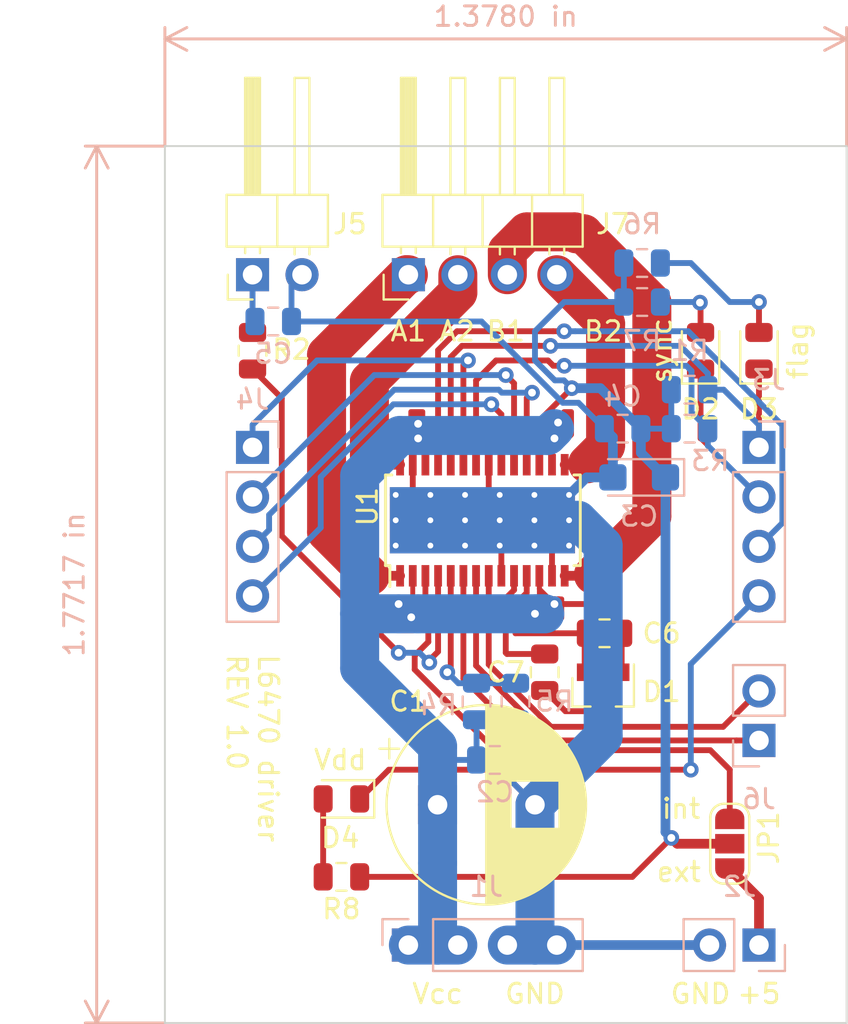
<source format=kicad_pcb>
(kicad_pcb (version 20171130) (host pcbnew 5.1.5)

  (general
    (thickness 1.6)
    (drawings 20)
    (tracks 281)
    (zones 0)
    (modules 30)
    (nets 29)
  )

  (page A4)
  (layers
    (0 F.Cu signal)
    (31 B.Cu signal)
    (32 B.Adhes user)
    (33 F.Adhes user)
    (34 B.Paste user)
    (35 F.Paste user)
    (36 B.SilkS user)
    (37 F.SilkS user)
    (38 B.Mask user)
    (39 F.Mask user)
    (40 Dwgs.User user)
    (41 Cmts.User user)
    (42 Eco1.User user)
    (43 Eco2.User user)
    (44 Edge.Cuts user)
    (45 Margin user)
    (46 B.CrtYd user)
    (47 F.CrtYd user)
    (48 B.Fab user)
    (49 F.Fab user)
  )

  (setup
    (last_trace_width 0.3)
    (user_trace_width 0.3)
    (user_trace_width 0.5)
    (user_trace_width 2)
    (trace_clearance 0.2)
    (zone_clearance 0.508)
    (zone_45_only no)
    (trace_min 0.2)
    (via_size 0.8)
    (via_drill 0.4)
    (via_min_size 0.4)
    (via_min_drill 0.3)
    (uvia_size 0.3)
    (uvia_drill 0.1)
    (uvias_allowed no)
    (uvia_min_size 0.2)
    (uvia_min_drill 0.1)
    (edge_width 0.1)
    (segment_width 0.2)
    (pcb_text_width 0.3)
    (pcb_text_size 1.5 1.5)
    (mod_edge_width 0.15)
    (mod_text_size 1 1)
    (mod_text_width 0.15)
    (pad_size 1.524 1.524)
    (pad_drill 0.762)
    (pad_to_mask_clearance 0)
    (aux_axis_origin 0 0)
    (visible_elements FFFFFF7F)
    (pcbplotparams
      (layerselection 0x010fc_ffffffff)
      (usegerberextensions false)
      (usegerberattributes false)
      (usegerberadvancedattributes false)
      (creategerberjobfile false)
      (excludeedgelayer true)
      (linewidth 0.100000)
      (plotframeref false)
      (viasonmask false)
      (mode 1)
      (useauxorigin false)
      (hpglpennumber 1)
      (hpglpenspeed 20)
      (hpglpendiameter 15.000000)
      (psnegative false)
      (psa4output false)
      (plotreference true)
      (plotvalue true)
      (plotinvisibletext false)
      (padsonsilk false)
      (subtractmaskfromsilk false)
      (outputformat 1)
      (mirror false)
      (drillshape 1)
      (scaleselection 1)
      (outputdirectory ""))
  )

  (net 0 "")
  (net 1 GND)
  (net 2 VCC)
  (net 3 VDD)
  (net 4 "Net-(C5-Pad1)")
  (net 5 "Net-(C6-Pad2)")
  (net 6 "Net-(C7-Pad2)")
  (net 7 "Net-(C7-Pad1)")
  (net 8 "Net-(D2-Pad2)")
  (net 9 /~BUSY)
  (net 10 "Net-(D3-Pad2)")
  (net 11 /~FLAG)
  (net 12 "Net-(D4-Pad2)")
  (net 13 +5V)
  (net 14 "Net-(J3-Pad4)")
  (net 15 "Net-(J3-Pad3)")
  (net 16 "Net-(J4-Pad4)")
  (net 17 "Net-(J4-Pad3)")
  (net 18 "Net-(J4-Pad2)")
  (net 19 "Net-(J4-Pad1)")
  (net 20 "Net-(J6-Pad2)")
  (net 21 "Net-(J6-Pad1)")
  (net 22 "Net-(R2-Pad2)")
  (net 23 "Net-(R4-Pad2)")
  (net 24 "Net-(JP1-Pad1)")
  (net 25 "Net-(J7-Pad4)")
  (net 26 "Net-(J7-Pad3)")
  (net 27 "Net-(J7-Pad2)")
  (net 28 "Net-(J7-Pad1)")

  (net_class Default "Это класс цепей по умолчанию."
    (clearance 0.2)
    (trace_width 0.25)
    (via_dia 0.8)
    (via_drill 0.4)
    (uvia_dia 0.3)
    (uvia_drill 0.1)
    (add_net +5V)
    (add_net /~BUSY)
    (add_net /~FLAG)
    (add_net GND)
    (add_net "Net-(C5-Pad1)")
    (add_net "Net-(C6-Pad2)")
    (add_net "Net-(C7-Pad1)")
    (add_net "Net-(C7-Pad2)")
    (add_net "Net-(D2-Pad2)")
    (add_net "Net-(D3-Pad2)")
    (add_net "Net-(D4-Pad2)")
    (add_net "Net-(J3-Pad3)")
    (add_net "Net-(J3-Pad4)")
    (add_net "Net-(J4-Pad1)")
    (add_net "Net-(J4-Pad2)")
    (add_net "Net-(J4-Pad3)")
    (add_net "Net-(J4-Pad4)")
    (add_net "Net-(J6-Pad1)")
    (add_net "Net-(J6-Pad2)")
    (add_net "Net-(J7-Pad1)")
    (add_net "Net-(J7-Pad2)")
    (add_net "Net-(J7-Pad3)")
    (add_net "Net-(J7-Pad4)")
    (add_net "Net-(JP1-Pad1)")
    (add_net "Net-(R2-Pad2)")
    (add_net "Net-(R4-Pad2)")
    (add_net VCC)
    (add_net VDD)
  )

  (module Connector_PinHeader_2.54mm:PinHeader_1x02_P2.54mm_Vertical (layer B.Cu) (tedit 59FED5CC) (tstamp 5DB4EA89)
    (at 101 54.5)
    (descr "Through hole straight pin header, 1x02, 2.54mm pitch, single row")
    (tags "Through hole pin header THT 1x02 2.54mm single row")
    (path /5D9D4F60)
    (fp_text reference J6 (at 0 3) (layer B.SilkS)
      (effects (font (size 1 1) (thickness 0.15)) (justify mirror))
    )
    (fp_text value Conn_01x02 (at 0 -4.87) (layer B.Fab) hide
      (effects (font (size 1 1) (thickness 0.15)) (justify mirror))
    )
    (fp_text user %R (at 0 -1.27 270) (layer B.Fab)
      (effects (font (size 1 1) (thickness 0.15)) (justify mirror))
    )
    (fp_line (start 1.8 1.8) (end -1.8 1.8) (layer B.CrtYd) (width 0.05))
    (fp_line (start 1.8 -4.35) (end 1.8 1.8) (layer B.CrtYd) (width 0.05))
    (fp_line (start -1.8 -4.35) (end 1.8 -4.35) (layer B.CrtYd) (width 0.05))
    (fp_line (start -1.8 1.8) (end -1.8 -4.35) (layer B.CrtYd) (width 0.05))
    (fp_line (start -1.33 1.33) (end 0 1.33) (layer B.SilkS) (width 0.12))
    (fp_line (start -1.33 0) (end -1.33 1.33) (layer B.SilkS) (width 0.12))
    (fp_line (start -1.33 -1.27) (end 1.33 -1.27) (layer B.SilkS) (width 0.12))
    (fp_line (start 1.33 -1.27) (end 1.33 -3.87) (layer B.SilkS) (width 0.12))
    (fp_line (start -1.33 -1.27) (end -1.33 -3.87) (layer B.SilkS) (width 0.12))
    (fp_line (start -1.33 -3.87) (end 1.33 -3.87) (layer B.SilkS) (width 0.12))
    (fp_line (start -1.27 0.635) (end -0.635 1.27) (layer B.Fab) (width 0.1))
    (fp_line (start -1.27 -3.81) (end -1.27 0.635) (layer B.Fab) (width 0.1))
    (fp_line (start 1.27 -3.81) (end -1.27 -3.81) (layer B.Fab) (width 0.1))
    (fp_line (start 1.27 1.27) (end 1.27 -3.81) (layer B.Fab) (width 0.1))
    (fp_line (start -0.635 1.27) (end 1.27 1.27) (layer B.Fab) (width 0.1))
    (pad 2 thru_hole oval (at 0 -2.54) (size 1.7 1.7) (drill 1) (layers *.Cu *.Mask)
      (net 20 "Net-(J6-Pad2)"))
    (pad 1 thru_hole rect (at 0 0) (size 1.7 1.7) (drill 1) (layers *.Cu *.Mask)
      (net 21 "Net-(J6-Pad1)"))
    (model ${KISYS3DMOD}/Connector_PinHeader_2.54mm.3dshapes/PinHeader_1x02_P2.54mm_Vertical.wrl
      (at (xyz 0 0 0))
      (scale (xyz 1 1 1))
      (rotate (xyz 0 0 0))
    )
  )

  (module MountingHole:MountingHole_3.2mm_M3 (layer F.Cu) (tedit 56D1B4CB) (tstamp 5DDC178E)
    (at 101 28)
    (descr "Mounting Hole 3.2mm, no annular, M3")
    (tags "mounting hole 3.2mm no annular m3")
    (path /5DC88DDB)
    (attr virtual)
    (fp_text reference H2 (at 0 -4.2) (layer F.SilkS) hide
      (effects (font (size 1 1) (thickness 0.15)))
    )
    (fp_text value MountingHole (at 0 4.2) (layer F.Fab) hide
      (effects (font (size 1 1) (thickness 0.15)))
    )
    (fp_circle (center 0 0) (end 3.45 0) (layer F.CrtYd) (width 0.05))
    (fp_circle (center 0 0) (end 3.2 0) (layer Cmts.User) (width 0.15))
    (fp_text user %R (at 0.3 0) (layer F.Fab)
      (effects (font (size 1 1) (thickness 0.15)))
    )
    (pad 1 np_thru_hole circle (at 0 0) (size 3.2 3.2) (drill 3.2) (layers *.Cu *.Mask))
  )

  (module MountingHole:MountingHole_3.2mm_M3 (layer F.Cu) (tedit 56D1B4CB) (tstamp 5DC856D1)
    (at 75 65)
    (descr "Mounting Hole 3.2mm, no annular, M3")
    (tags "mounting hole 3.2mm no annular m3")
    (path /5DC88435)
    (attr virtual)
    (fp_text reference H1 (at 0 -4.2) (layer F.SilkS) hide
      (effects (font (size 1 1) (thickness 0.15)))
    )
    (fp_text value MountingHole (at 0 4.2) (layer F.Fab) hide
      (effects (font (size 1 1) (thickness 0.15)))
    )
    (fp_circle (center 0 0) (end 3.45 0) (layer F.CrtYd) (width 0.05))
    (fp_circle (center 0 0) (end 3.2 0) (layer Cmts.User) (width 0.15))
    (fp_text user %R (at 0.3 0) (layer F.Fab)
      (effects (font (size 1 1) (thickness 0.15)))
    )
    (pad 1 np_thru_hole circle (at 0 0) (size 3.2 3.2) (drill 3.2) (layers *.Cu *.Mask))
  )

  (module Connector_PinHeader_2.54mm:PinHeader_1x04_P2.54mm_Vertical (layer B.Cu) (tedit 59FED5CC) (tstamp 5DDAE206)
    (at 75 39.46 180)
    (descr "Through hole straight pin header, 1x04, 2.54mm pitch, single row")
    (tags "Through hole pin header THT 1x04 2.54mm single row")
    (path /5DB3CEF4)
    (fp_text reference J4 (at 0 2.46 180) (layer B.SilkS)
      (effects (font (size 1 1) (thickness 0.15)) (justify mirror))
    )
    (fp_text value Conn_01x04 (at 0 -9.95) (layer B.Fab) hide
      (effects (font (size 1 1) (thickness 0.15)) (justify mirror))
    )
    (fp_text user %R (at 0 -3.81 270) (layer B.Fab)
      (effects (font (size 1 1) (thickness 0.15)) (justify mirror))
    )
    (fp_line (start 1.8 1.8) (end -1.8 1.8) (layer B.CrtYd) (width 0.05))
    (fp_line (start 1.8 -9.4) (end 1.8 1.8) (layer B.CrtYd) (width 0.05))
    (fp_line (start -1.8 -9.4) (end 1.8 -9.4) (layer B.CrtYd) (width 0.05))
    (fp_line (start -1.8 1.8) (end -1.8 -9.4) (layer B.CrtYd) (width 0.05))
    (fp_line (start -1.33 1.33) (end 0 1.33) (layer B.SilkS) (width 0.12))
    (fp_line (start -1.33 0) (end -1.33 1.33) (layer B.SilkS) (width 0.12))
    (fp_line (start -1.33 -1.27) (end 1.33 -1.27) (layer B.SilkS) (width 0.12))
    (fp_line (start 1.33 -1.27) (end 1.33 -8.95) (layer B.SilkS) (width 0.12))
    (fp_line (start -1.33 -1.27) (end -1.33 -8.95) (layer B.SilkS) (width 0.12))
    (fp_line (start -1.33 -8.95) (end 1.33 -8.95) (layer B.SilkS) (width 0.12))
    (fp_line (start -1.27 0.635) (end -0.635 1.27) (layer B.Fab) (width 0.1))
    (fp_line (start -1.27 -8.89) (end -1.27 0.635) (layer B.Fab) (width 0.1))
    (fp_line (start 1.27 -8.89) (end -1.27 -8.89) (layer B.Fab) (width 0.1))
    (fp_line (start 1.27 1.27) (end 1.27 -8.89) (layer B.Fab) (width 0.1))
    (fp_line (start -0.635 1.27) (end 1.27 1.27) (layer B.Fab) (width 0.1))
    (pad 4 thru_hole oval (at 0 -7.62 180) (size 1.7 1.7) (drill 1) (layers *.Cu *.Mask)
      (net 16 "Net-(J4-Pad4)"))
    (pad 3 thru_hole oval (at 0 -5.08 180) (size 1.7 1.7) (drill 1) (layers *.Cu *.Mask)
      (net 17 "Net-(J4-Pad3)"))
    (pad 2 thru_hole oval (at 0 -2.54 180) (size 1.7 1.7) (drill 1) (layers *.Cu *.Mask)
      (net 18 "Net-(J4-Pad2)"))
    (pad 1 thru_hole rect (at 0 0 180) (size 1.7 1.7) (drill 1) (layers *.Cu *.Mask)
      (net 19 "Net-(J4-Pad1)"))
    (model ${KISYS3DMOD}/Connector_PinHeader_2.54mm.3dshapes/PinHeader_1x04_P2.54mm_Vertical.wrl
      (at (xyz 0 0 0))
      (scale (xyz 1 1 1))
      (rotate (xyz 0 0 0))
    )
  )

  (module Jumper:SolderJumper-3_P1.3mm_Open_RoundedPad1.0x1.5mm_NumberLabels (layer F.Cu) (tedit 5B391ED1) (tstamp 5DBF1E4C)
    (at 99.5 59.8 270)
    (descr "SMD Solder 3-pad Jumper, 1x1.5mm rounded Pads, 0.3mm gap, open, labeled with numbers")
    (tags "solder jumper open")
    (path /5DBF9C5D)
    (attr virtual)
    (fp_text reference JP1 (at -0.3 -2 90) (layer F.SilkS)
      (effects (font (size 1 1) (thickness 0.15)))
    )
    (fp_text value SolderJumper_3_Open (at 0 1.9 270) (layer F.Fab) hide
      (effects (font (size 1 1) (thickness 0.15)))
    )
    (fp_arc (start -1.35 -0.3) (end -1.35 -1) (angle -90) (layer F.SilkS) (width 0.12))
    (fp_arc (start -1.35 0.3) (end -2.05 0.3) (angle -90) (layer F.SilkS) (width 0.12))
    (fp_arc (start 1.35 0.3) (end 1.35 1) (angle -90) (layer F.SilkS) (width 0.12))
    (fp_arc (start 1.35 -0.3) (end 2.05 -0.3) (angle -90) (layer F.SilkS) (width 0.12))
    (fp_line (start 2.3 1.25) (end -2.3 1.25) (layer F.CrtYd) (width 0.05))
    (fp_line (start 2.3 1.25) (end 2.3 -1.25) (layer F.CrtYd) (width 0.05))
    (fp_line (start -2.3 -1.25) (end -2.3 1.25) (layer F.CrtYd) (width 0.05))
    (fp_line (start -2.3 -1.25) (end 2.3 -1.25) (layer F.CrtYd) (width 0.05))
    (fp_line (start -1.4 -1) (end 1.4 -1) (layer F.SilkS) (width 0.12))
    (fp_line (start 2.05 -0.3) (end 2.05 0.3) (layer F.SilkS) (width 0.12))
    (fp_line (start 1.4 1) (end -1.4 1) (layer F.SilkS) (width 0.12))
    (fp_line (start -2.05 0.3) (end -2.05 -0.3) (layer F.SilkS) (width 0.12))
    (fp_text user 1 (at -2.6 0 270) (layer F.SilkS) hide
      (effects (font (size 1 1) (thickness 0.15)))
    )
    (fp_text user 3 (at 2.6 0 270) (layer F.SilkS) hide
      (effects (font (size 1 1) (thickness 0.15)))
    )
    (pad 2 smd rect (at 0 0 270) (size 1 1.5) (layers F.Cu F.Mask)
      (net 3 VDD))
    (pad 3 smd custom (at 1.3 0 270) (size 1 0.5) (layers F.Cu F.Mask)
      (net 13 +5V) (zone_connect 2)
      (options (clearance outline) (anchor rect))
      (primitives
        (gr_circle (center 0 0.25) (end 0.5 0.25) (width 0))
        (gr_circle (center 0 -0.25) (end 0.5 -0.25) (width 0))
        (gr_poly (pts
           (xy -0.55 -0.75) (xy 0 -0.75) (xy 0 0.75) (xy -0.55 0.75)) (width 0))
      ))
    (pad 1 smd custom (at -1.3 0 270) (size 1 0.5) (layers F.Cu F.Mask)
      (net 24 "Net-(JP1-Pad1)") (zone_connect 2)
      (options (clearance outline) (anchor rect))
      (primitives
        (gr_circle (center 0 0.25) (end 0.5 0.25) (width 0))
        (gr_circle (center 0 -0.25) (end 0.5 -0.25) (width 0))
        (gr_poly (pts
           (xy 0.55 -0.75) (xy 0 -0.75) (xy 0 0.75) (xy 0.55 0.75)) (width 0))
      ))
  )

  (module Capacitor_Tantalum_SMD:CP_EIA-3216-18_Kemet-A (layer B.Cu) (tedit 5B301BBE) (tstamp 5DB603CC)
    (at 94.85 41 180)
    (descr "Tantalum Capacitor SMD Kemet-A (3216-18 Metric), IPC_7351 nominal, (Body size from: http://www.kemet.com/Lists/ProductCatalog/Attachments/253/KEM_TC101_STD.pdf), generated with kicad-footprint-generator")
    (tags "capacitor tantalum")
    (path /5D9B39AD)
    (attr smd)
    (fp_text reference C3 (at 0 -2 180) (layer B.SilkS)
      (effects (font (size 1 1) (thickness 0.15)) (justify mirror))
    )
    (fp_text value CP (at 0 -1.75 180) (layer B.Fab) hide
      (effects (font (size 1 1) (thickness 0.15)) (justify mirror))
    )
    (fp_text user %R (at 0 0 180) (layer B.Fab)
      (effects (font (size 0.8 0.8) (thickness 0.12)) (justify mirror))
    )
    (fp_line (start 2.3 -1.05) (end -2.3 -1.05) (layer B.CrtYd) (width 0.05))
    (fp_line (start 2.3 1.05) (end 2.3 -1.05) (layer B.CrtYd) (width 0.05))
    (fp_line (start -2.3 1.05) (end 2.3 1.05) (layer B.CrtYd) (width 0.05))
    (fp_line (start -2.3 -1.05) (end -2.3 1.05) (layer B.CrtYd) (width 0.05))
    (fp_line (start -2.31 -0.935) (end 1.6 -0.935) (layer B.SilkS) (width 0.12))
    (fp_line (start -2.31 0.935) (end -2.31 -0.935) (layer B.SilkS) (width 0.12))
    (fp_line (start 1.6 0.935) (end -2.31 0.935) (layer B.SilkS) (width 0.12))
    (fp_line (start 1.6 -0.8) (end 1.6 0.8) (layer B.Fab) (width 0.1))
    (fp_line (start -1.6 -0.8) (end 1.6 -0.8) (layer B.Fab) (width 0.1))
    (fp_line (start -1.6 0.4) (end -1.6 -0.8) (layer B.Fab) (width 0.1))
    (fp_line (start -1.2 0.8) (end -1.6 0.4) (layer B.Fab) (width 0.1))
    (fp_line (start 1.6 0.8) (end -1.2 0.8) (layer B.Fab) (width 0.1))
    (pad 2 smd roundrect (at 1.35 0 180) (size 1.4 1.35) (layers B.Cu B.Paste B.Mask) (roundrect_rratio 0.185185)
      (net 1 GND))
    (pad 1 smd roundrect (at -1.35 0 180) (size 1.4 1.35) (layers B.Cu B.Paste B.Mask) (roundrect_rratio 0.185185)
      (net 3 VDD))
    (model ${KISYS3DMOD}/Capacitor_Tantalum_SMD.3dshapes/CP_EIA-3216-18_Kemet-A.wrl
      (at (xyz 0 0 0))
      (scale (xyz 1 1 1))
      (rotate (xyz 0 0 0))
    )
  )

  (module Package_SO:HTSSOP-28-1EP_4.4x9.7mm_P0.65mm_EP3.4x9.5mm_ThermalVias (layer F.Cu) (tedit 5A671C1D) (tstamp 5DB59A28)
    (at 86.8 43.2 90)
    (descr "HTSSOP28: plastic thin shrink small outline package; 28 leads; body width 4.4 mm; thermal pad")
    (tags "TSSOP HTSSOP 0.65 thermal pad")
    (path /5D9A5D0A)
    (attr smd)
    (fp_text reference U1 (at 0.7 -5.9 270) (layer F.SilkS)
      (effects (font (size 1 1) (thickness 0.15)))
    )
    (fp_text value L6470H (at 0 5.9 90) (layer F.Fab) hide
      (effects (font (size 1 1) (thickness 0.15)))
    )
    (fp_text user %R (at 0 0 90) (layer F.Fab)
      (effects (font (size 0.8 0.8) (thickness 0.15)))
    )
    (fp_line (start -2.325 -4.75) (end -3.4 -4.75) (layer F.SilkS) (width 0.15))
    (fp_line (start -2.325 5.0258) (end 2.325 5.0258) (layer F.SilkS) (width 0.15))
    (fp_line (start -2.325 -4.975) (end 2.325 -4.975) (layer F.SilkS) (width 0.15))
    (fp_line (start -2.325 5.0258) (end -2.325 4.7008) (layer F.SilkS) (width 0.15))
    (fp_line (start 2.325 5.0258) (end 2.325 4.7008) (layer F.SilkS) (width 0.15))
    (fp_line (start 2.325 -4.975) (end 2.325 -4.65) (layer F.SilkS) (width 0.15))
    (fp_line (start -2.325 -4.975) (end -2.325 -4.75) (layer F.SilkS) (width 0.15))
    (fp_line (start -3.65 5.15) (end 3.65 5.15) (layer F.CrtYd) (width 0.05))
    (fp_line (start -3.65 -5.15) (end 3.65 -5.15) (layer F.CrtYd) (width 0.05))
    (fp_line (start 3.65 -5.15) (end 3.65 5.15) (layer F.CrtYd) (width 0.05))
    (fp_line (start -3.65 -5.15) (end -3.65 5.15) (layer F.CrtYd) (width 0.05))
    (fp_line (start -2.2 -3.85) (end -1.2 -4.85) (layer F.Fab) (width 0.15))
    (fp_line (start -2.2 4.85) (end -2.2 -3.85) (layer F.Fab) (width 0.15))
    (fp_line (start 2.2 4.9008) (end -2.2 4.9008) (layer F.Fab) (width 0.15))
    (fp_line (start 2.2 -4.85) (end 2.2 4.85) (layer F.Fab) (width 0.15))
    (fp_line (start -1.2 -4.85) (end 2.2 -4.85) (layer F.Fab) (width 0.15))
    (pad 29 smd rect (at 0 0 90) (size 3.4 9.5) (layers B.Cu)
      (net 1 GND))
    (pad "" smd rect (at -0.85 3.56 90) (size 1.4 1.4) (layers F.Paste))
    (pad "" smd rect (at 0.85 3.56 90) (size 1.4 1.4) (layers F.Paste))
    (pad "" smd rect (at -0.85 1.78 90) (size 1.4 1.4) (layers F.Paste))
    (pad "" smd rect (at 0.85 1.78 90) (size 1.4 1.4) (layers F.Paste))
    (pad "" smd rect (at -0.85 0 90) (size 1.4 1.4) (layers F.Paste))
    (pad "" smd rect (at 0.85 0 90) (size 1.4 1.4) (layers F.Paste))
    (pad "" smd rect (at -0.85 -1.78 90) (size 1.4 1.4) (layers F.Paste))
    (pad "" smd rect (at 0.85 -1.78 90) (size 1.4 1.4) (layers F.Paste))
    (pad "" smd rect (at 0.85 -3.56 90) (size 1.4 1.4) (layers F.Paste))
    (pad "" smd rect (at -0.85 -3.56 90) (size 1.4 1.4) (layers F.Paste))
    (pad 29 thru_hole circle (at -1.3 4.45 90) (size 0.6 0.6) (drill 0.3) (layers *.Cu)
      (net 1 GND))
    (pad 29 thru_hole circle (at 0 4.45 90) (size 0.6 0.6) (drill 0.3) (layers *.Cu)
      (net 1 GND))
    (pad 29 thru_hole circle (at 1.3 4.45 90) (size 0.6 0.6) (drill 0.3) (layers *.Cu)
      (net 1 GND))
    (pad 29 thru_hole circle (at -1.3 2.67 90) (size 0.6 0.6) (drill 0.3) (layers *.Cu)
      (net 1 GND))
    (pad 29 thru_hole circle (at 0 2.67 90) (size 0.6 0.6) (drill 0.3) (layers *.Cu)
      (net 1 GND))
    (pad 29 thru_hole circle (at 1.3 2.67 90) (size 0.6 0.6) (drill 0.3) (layers *.Cu)
      (net 1 GND))
    (pad 29 thru_hole circle (at -1.3 0.89 90) (size 0.6 0.6) (drill 0.3) (layers *.Cu)
      (net 1 GND))
    (pad 29 thru_hole circle (at 0 0.89 90) (size 0.6 0.6) (drill 0.3) (layers *.Cu)
      (net 1 GND))
    (pad 29 thru_hole circle (at 1.3 0.89 90) (size 0.6 0.6) (drill 0.3) (layers *.Cu)
      (net 1 GND))
    (pad 29 thru_hole circle (at -1.3 -0.89 90) (size 0.6 0.6) (drill 0.3) (layers *.Cu)
      (net 1 GND))
    (pad 29 thru_hole circle (at 0 -0.89 90) (size 0.6 0.6) (drill 0.3) (layers *.Cu)
      (net 1 GND))
    (pad 29 thru_hole circle (at 1.3 -0.89 90) (size 0.6 0.6) (drill 0.3) (layers *.Cu)
      (net 1 GND))
    (pad 29 thru_hole circle (at -1.3 -2.67 90) (size 0.6 0.6) (drill 0.3) (layers *.Cu)
      (net 1 GND))
    (pad 29 thru_hole circle (at 0 -2.67 90) (size 0.6 0.6) (drill 0.3) (layers *.Cu)
      (net 1 GND))
    (pad 29 thru_hole circle (at 1.3 -2.67 90) (size 0.6 0.6) (drill 0.3) (layers *.Cu)
      (net 1 GND))
    (pad 29 thru_hole circle (at 1.3 -4.45 90) (size 0.6 0.6) (drill 0.3) (layers *.Cu)
      (net 1 GND))
    (pad 29 thru_hole circle (at 0 -4.45 90) (size 0.6 0.6) (drill 0.3) (layers *.Cu)
      (net 1 GND))
    (pad 29 thru_hole circle (at -1.3 -4.45 90) (size 0.6 0.6) (drill 0.3) (layers *.Cu)
      (net 1 GND))
    (pad 29 smd rect (at 0 0 90) (size 3.4 9.5) (layers F.Cu F.Mask)
      (net 1 GND))
    (pad 28 smd rect (at 2.85 -4.225 90) (size 1.1 0.4) (layers F.Cu F.Paste F.Mask)
      (net 27 "Net-(J7-Pad2)"))
    (pad 27 smd rect (at 2.85 -3.575 90) (size 1.1 0.4) (layers F.Cu F.Paste F.Mask)
      (net 1 GND))
    (pad 26 smd rect (at 2.85 -2.925 90) (size 1.1 0.4) (layers F.Cu F.Paste F.Mask)
      (net 2 VCC))
    (pad 25 smd rect (at 2.85 -2.275 90) (size 1.1 0.4) (layers F.Cu F.Paste F.Mask)
      (net 15 "Net-(J3-Pad3)"))
    (pad 24 smd rect (at 2.85 -1.625 90) (size 1.1 0.4) (layers F.Cu F.Paste F.Mask)
      (net 11 /~FLAG))
    (pad 23 smd rect (at 2.85 -0.975 90) (size 1.1 0.4) (layers F.Cu F.Paste F.Mask)
      (net 19 "Net-(J4-Pad1)"))
    (pad 22 smd rect (at 2.85 -0.325 90) (size 1.1 0.4) (layers F.Cu F.Paste F.Mask)
      (net 9 /~BUSY))
    (pad 21 smd rect (at 2.85 0.325 90) (size 1.1 0.4) (layers F.Cu F.Paste F.Mask)
      (net 1 GND))
    (pad 20 smd rect (at 2.85 0.975 90) (size 1.1 0.4) (layers F.Cu F.Paste F.Mask)
      (net 16 "Net-(J4-Pad4)"))
    (pad 19 smd rect (at 2.85 1.625 90) (size 1.1 0.4) (layers F.Cu F.Paste F.Mask)
      (net 18 "Net-(J4-Pad2)"))
    (pad 18 smd rect (at 2.85 2.275 90) (size 1.1 0.4) (layers F.Cu F.Paste F.Mask)
      (net 17 "Net-(J4-Pad3)"))
    (pad 17 smd rect (at 2.85 2.925 90) (size 1.1 0.4) (layers F.Cu F.Paste F.Mask)
      (net 3 VDD))
    (pad 16 smd rect (at 2.85 3.575 90) (size 1.1 0.4) (layers F.Cu F.Paste F.Mask)
      (net 2 VCC))
    (pad 15 smd rect (at 2.85 4.225 90) (size 1.1 0.4) (layers F.Cu F.Paste F.Mask)
      (net 25 "Net-(J7-Pad4)"))
    (pad 14 smd rect (at -2.85 4.225 90) (size 1.1 0.4) (layers F.Cu F.Paste F.Mask)
      (net 26 "Net-(J7-Pad3)"))
    (pad 13 smd rect (at -2.85 3.575 90) (size 1.1 0.4) (layers F.Cu F.Paste F.Mask)
      (net 1 GND))
    (pad 12 smd rect (at -2.85 2.925 90) (size 1.1 0.4) (layers F.Cu F.Paste F.Mask)
      (net 2 VCC))
    (pad 11 smd rect (at -2.85 2.275 90) (size 1.1 0.4) (layers F.Cu F.Paste F.Mask)
      (net 5 "Net-(C6-Pad2)"))
    (pad 10 smd rect (at -2.85 1.625 90) (size 1.1 0.4) (layers F.Cu F.Paste F.Mask)
      (net 6 "Net-(C7-Pad2)"))
    (pad 9 smd rect (at -2.85 0.975 90) (size 1.1 0.4) (layers F.Cu F.Paste F.Mask)
      (net 1 GND))
    (pad 8 smd rect (at -2.85 0.325 90) (size 1.1 0.4) (layers F.Cu F.Paste F.Mask)
      (net 20 "Net-(J6-Pad2)"))
    (pad 7 smd rect (at -2.85 -0.325 90) (size 1.1 0.4) (layers F.Cu F.Paste F.Mask)
      (net 21 "Net-(J6-Pad1)"))
    (pad 6 smd rect (at -2.85 -0.975 90) (size 1.1 0.4) (layers F.Cu F.Paste F.Mask)
      (net 24 "Net-(JP1-Pad1)"))
    (pad 5 smd rect (at -2.85 -1.625 90) (size 1.1 0.4) (layers F.Cu F.Paste F.Mask)
      (net 23 "Net-(R4-Pad2)"))
    (pad 4 smd rect (at -2.85 -2.275 90) (size 1.1 0.4) (layers F.Cu F.Paste F.Mask)
      (net 22 "Net-(R2-Pad2)"))
    (pad 3 smd rect (at -2.85 -2.925 90) (size 1.1 0.4) (layers F.Cu F.Paste F.Mask)
      (net 14 "Net-(J3-Pad4)"))
    (pad 2 smd rect (at -2.85 -3.575 90) (size 1.1 0.4) (layers F.Cu F.Paste F.Mask)
      (net 2 VCC))
    (pad 1 smd rect (at -2.85 -4.225 90) (size 1.1 0.4) (layers F.Cu F.Paste F.Mask)
      (net 28 "Net-(J7-Pad1)"))
    (model ${KISYS3DMOD}/Package_SO.3dshapes/HTSSOP-28-1EP_4.4x9.7mm_P0.65mm_EP3.4x9.5mm.wrl
      (at (xyz 0 0 0))
      (scale (xyz 1 1 1))
      (rotate (xyz 0 0 0))
    )
  )

  (module Resistor_SMD:R_0805_2012Metric (layer F.Cu) (tedit 5B36C52B) (tstamp 5DB4EB9E)
    (at 79.5625 61.5 180)
    (descr "Resistor SMD 0805 (2012 Metric), square (rectangular) end terminal, IPC_7351 nominal, (Body size source: https://docs.google.com/spreadsheets/d/1BsfQQcO9C6DZCsRaXUlFlo91Tg2WpOkGARC1WS5S8t0/edit?usp=sharing), generated with kicad-footprint-generator")
    (tags resistor)
    (path /5DA0A4E5)
    (attr smd)
    (fp_text reference R8 (at 0 -1.65) (layer F.SilkS)
      (effects (font (size 1 1) (thickness 0.15)))
    )
    (fp_text value R (at 0 1.65) (layer F.Fab) hide
      (effects (font (size 1 1) (thickness 0.15)))
    )
    (fp_text user %R (at 0 0) (layer F.Fab)
      (effects (font (size 0.5 0.5) (thickness 0.08)))
    )
    (fp_line (start 1.68 0.95) (end -1.68 0.95) (layer F.CrtYd) (width 0.05))
    (fp_line (start 1.68 -0.95) (end 1.68 0.95) (layer F.CrtYd) (width 0.05))
    (fp_line (start -1.68 -0.95) (end 1.68 -0.95) (layer F.CrtYd) (width 0.05))
    (fp_line (start -1.68 0.95) (end -1.68 -0.95) (layer F.CrtYd) (width 0.05))
    (fp_line (start -0.258578 0.71) (end 0.258578 0.71) (layer F.SilkS) (width 0.12))
    (fp_line (start -0.258578 -0.71) (end 0.258578 -0.71) (layer F.SilkS) (width 0.12))
    (fp_line (start 1 0.6) (end -1 0.6) (layer F.Fab) (width 0.1))
    (fp_line (start 1 -0.6) (end 1 0.6) (layer F.Fab) (width 0.1))
    (fp_line (start -1 -0.6) (end 1 -0.6) (layer F.Fab) (width 0.1))
    (fp_line (start -1 0.6) (end -1 -0.6) (layer F.Fab) (width 0.1))
    (pad 2 smd roundrect (at 0.9375 0 180) (size 0.975 1.4) (layers F.Cu F.Paste F.Mask) (roundrect_rratio 0.25)
      (net 12 "Net-(D4-Pad2)"))
    (pad 1 smd roundrect (at -0.9375 0 180) (size 0.975 1.4) (layers F.Cu F.Paste F.Mask) (roundrect_rratio 0.25)
      (net 3 VDD))
    (model ${KISYS3DMOD}/Resistor_SMD.3dshapes/R_0805_2012Metric.wrl
      (at (xyz 0 0 0))
      (scale (xyz 1 1 1))
      (rotate (xyz 0 0 0))
    )
  )

  (module Resistor_SMD:R_0805_2012Metric (layer B.Cu) (tedit 5B36C52B) (tstamp 5DB4EB8D)
    (at 95 30)
    (descr "Resistor SMD 0805 (2012 Metric), square (rectangular) end terminal, IPC_7351 nominal, (Body size source: https://docs.google.com/spreadsheets/d/1BsfQQcO9C6DZCsRaXUlFlo91Tg2WpOkGARC1WS5S8t0/edit?usp=sharing), generated with kicad-footprint-generator")
    (tags resistor)
    (path /5DA1C90D)
    (attr smd)
    (fp_text reference R7 (at 0 4) (layer B.SilkS)
      (effects (font (size 1 1) (thickness 0.15)) (justify mirror))
    )
    (fp_text value R (at 0 -1.65) (layer B.Fab) hide
      (effects (font (size 1 1) (thickness 0.15)) (justify mirror))
    )
    (fp_text user %R (at 0 0) (layer B.Fab)
      (effects (font (size 0.5 0.5) (thickness 0.08)) (justify mirror))
    )
    (fp_line (start 1.68 -0.95) (end -1.68 -0.95) (layer B.CrtYd) (width 0.05))
    (fp_line (start 1.68 0.95) (end 1.68 -0.95) (layer B.CrtYd) (width 0.05))
    (fp_line (start -1.68 0.95) (end 1.68 0.95) (layer B.CrtYd) (width 0.05))
    (fp_line (start -1.68 -0.95) (end -1.68 0.95) (layer B.CrtYd) (width 0.05))
    (fp_line (start -0.258578 -0.71) (end 0.258578 -0.71) (layer B.SilkS) (width 0.12))
    (fp_line (start -0.258578 0.71) (end 0.258578 0.71) (layer B.SilkS) (width 0.12))
    (fp_line (start 1 -0.6) (end -1 -0.6) (layer B.Fab) (width 0.1))
    (fp_line (start 1 0.6) (end 1 -0.6) (layer B.Fab) (width 0.1))
    (fp_line (start -1 0.6) (end 1 0.6) (layer B.Fab) (width 0.1))
    (fp_line (start -1 -0.6) (end -1 0.6) (layer B.Fab) (width 0.1))
    (pad 2 smd roundrect (at 0.9375 0) (size 0.975 1.4) (layers B.Cu B.Paste B.Mask) (roundrect_rratio 0.25)
      (net 10 "Net-(D3-Pad2)"))
    (pad 1 smd roundrect (at -0.9375 0) (size 0.975 1.4) (layers B.Cu B.Paste B.Mask) (roundrect_rratio 0.25)
      (net 3 VDD))
    (model ${KISYS3DMOD}/Resistor_SMD.3dshapes/R_0805_2012Metric.wrl
      (at (xyz 0 0 0))
      (scale (xyz 1 1 1))
      (rotate (xyz 0 0 0))
    )
  )

  (module Resistor_SMD:R_0805_2012Metric (layer B.Cu) (tedit 5B36C52B) (tstamp 5DB4EB7C)
    (at 95 32)
    (descr "Resistor SMD 0805 (2012 Metric), square (rectangular) end terminal, IPC_7351 nominal, (Body size source: https://docs.google.com/spreadsheets/d/1BsfQQcO9C6DZCsRaXUlFlo91Tg2WpOkGARC1WS5S8t0/edit?usp=sharing), generated with kicad-footprint-generator")
    (tags resistor)
    (path /5DA1879C)
    (attr smd)
    (fp_text reference R6 (at 0 -4) (layer B.SilkS)
      (effects (font (size 1 1) (thickness 0.15)) (justify mirror))
    )
    (fp_text value R (at 0 -1.65) (layer B.Fab) hide
      (effects (font (size 1 1) (thickness 0.15)) (justify mirror))
    )
    (fp_text user %R (at 0 0) (layer B.Fab)
      (effects (font (size 0.5 0.5) (thickness 0.08)) (justify mirror))
    )
    (fp_line (start 1.68 -0.95) (end -1.68 -0.95) (layer B.CrtYd) (width 0.05))
    (fp_line (start 1.68 0.95) (end 1.68 -0.95) (layer B.CrtYd) (width 0.05))
    (fp_line (start -1.68 0.95) (end 1.68 0.95) (layer B.CrtYd) (width 0.05))
    (fp_line (start -1.68 -0.95) (end -1.68 0.95) (layer B.CrtYd) (width 0.05))
    (fp_line (start -0.258578 -0.71) (end 0.258578 -0.71) (layer B.SilkS) (width 0.12))
    (fp_line (start -0.258578 0.71) (end 0.258578 0.71) (layer B.SilkS) (width 0.12))
    (fp_line (start 1 -0.6) (end -1 -0.6) (layer B.Fab) (width 0.1))
    (fp_line (start 1 0.6) (end 1 -0.6) (layer B.Fab) (width 0.1))
    (fp_line (start -1 0.6) (end 1 0.6) (layer B.Fab) (width 0.1))
    (fp_line (start -1 -0.6) (end -1 0.6) (layer B.Fab) (width 0.1))
    (pad 2 smd roundrect (at 0.9375 0) (size 0.975 1.4) (layers B.Cu B.Paste B.Mask) (roundrect_rratio 0.25)
      (net 8 "Net-(D2-Pad2)"))
    (pad 1 smd roundrect (at -0.9375 0) (size 0.975 1.4) (layers B.Cu B.Paste B.Mask) (roundrect_rratio 0.25)
      (net 3 VDD))
    (model ${KISYS3DMOD}/Resistor_SMD.3dshapes/R_0805_2012Metric.wrl
      (at (xyz 0 0 0))
      (scale (xyz 1 1 1))
      (rotate (xyz 0 0 0))
    )
  )

  (module Resistor_SMD:R_0805_2012Metric (layer B.Cu) (tedit 5B36C52B) (tstamp 5DBEF5EA)
    (at 88.5 52.5 270)
    (descr "Resistor SMD 0805 (2012 Metric), square (rectangular) end terminal, IPC_7351 nominal, (Body size source: https://docs.google.com/spreadsheets/d/1BsfQQcO9C6DZCsRaXUlFlo91Tg2WpOkGARC1WS5S8t0/edit?usp=sharing), generated with kicad-footprint-generator")
    (tags resistor)
    (path /5D9AF5B7)
    (attr smd)
    (fp_text reference R5 (at 0 -2) (layer B.SilkS)
      (effects (font (size 1 1) (thickness 0.15)) (justify mirror))
    )
    (fp_text value R (at 0 -1.65 270) (layer B.Fab) hide
      (effects (font (size 1 1) (thickness 0.15)) (justify mirror))
    )
    (fp_text user %R (at 0 0 270) (layer B.Fab)
      (effects (font (size 0.5 0.5) (thickness 0.08)) (justify mirror))
    )
    (fp_line (start 1.68 -0.95) (end -1.68 -0.95) (layer B.CrtYd) (width 0.05))
    (fp_line (start 1.68 0.95) (end 1.68 -0.95) (layer B.CrtYd) (width 0.05))
    (fp_line (start -1.68 0.95) (end 1.68 0.95) (layer B.CrtYd) (width 0.05))
    (fp_line (start -1.68 -0.95) (end -1.68 0.95) (layer B.CrtYd) (width 0.05))
    (fp_line (start -0.258578 -0.71) (end 0.258578 -0.71) (layer B.SilkS) (width 0.12))
    (fp_line (start -0.258578 0.71) (end 0.258578 0.71) (layer B.SilkS) (width 0.12))
    (fp_line (start 1 -0.6) (end -1 -0.6) (layer B.Fab) (width 0.1))
    (fp_line (start 1 0.6) (end 1 -0.6) (layer B.Fab) (width 0.1))
    (fp_line (start -1 0.6) (end 1 0.6) (layer B.Fab) (width 0.1))
    (fp_line (start -1 -0.6) (end -1 0.6) (layer B.Fab) (width 0.1))
    (pad 2 smd roundrect (at 0.9375 0 270) (size 0.975 1.4) (layers B.Cu B.Paste B.Mask) (roundrect_rratio 0.25)
      (net 1 GND))
    (pad 1 smd roundrect (at -0.9375 0 270) (size 0.975 1.4) (layers B.Cu B.Paste B.Mask) (roundrect_rratio 0.25)
      (net 23 "Net-(R4-Pad2)"))
    (model ${KISYS3DMOD}/Resistor_SMD.3dshapes/R_0805_2012Metric.wrl
      (at (xyz 0 0 0))
      (scale (xyz 1 1 1))
      (rotate (xyz 0 0 0))
    )
  )

  (module Resistor_SMD:R_0805_2012Metric (layer B.Cu) (tedit 5B36C52B) (tstamp 5DB4EB5A)
    (at 86.5 52.5 90)
    (descr "Resistor SMD 0805 (2012 Metric), square (rectangular) end terminal, IPC_7351 nominal, (Body size source: https://docs.google.com/spreadsheets/d/1BsfQQcO9C6DZCsRaXUlFlo91Tg2WpOkGARC1WS5S8t0/edit?usp=sharing), generated with kicad-footprint-generator")
    (tags resistor)
    (path /5D9AF08D)
    (attr smd)
    (fp_text reference R4 (at -0.183929 -1.987029) (layer B.SilkS)
      (effects (font (size 1 1) (thickness 0.15)) (justify mirror))
    )
    (fp_text value R (at 0 -1.65 270) (layer B.Fab) hide
      (effects (font (size 1 1) (thickness 0.15)) (justify mirror))
    )
    (fp_text user %R (at 0 0 270) (layer B.Fab)
      (effects (font (size 0.5 0.5) (thickness 0.08)) (justify mirror))
    )
    (fp_line (start 1.68 -0.95) (end -1.68 -0.95) (layer B.CrtYd) (width 0.05))
    (fp_line (start 1.68 0.95) (end 1.68 -0.95) (layer B.CrtYd) (width 0.05))
    (fp_line (start -1.68 0.95) (end 1.68 0.95) (layer B.CrtYd) (width 0.05))
    (fp_line (start -1.68 -0.95) (end -1.68 0.95) (layer B.CrtYd) (width 0.05))
    (fp_line (start -0.258578 -0.71) (end 0.258578 -0.71) (layer B.SilkS) (width 0.12))
    (fp_line (start -0.258578 0.71) (end 0.258578 0.71) (layer B.SilkS) (width 0.12))
    (fp_line (start 1 -0.6) (end -1 -0.6) (layer B.Fab) (width 0.1))
    (fp_line (start 1 0.6) (end 1 -0.6) (layer B.Fab) (width 0.1))
    (fp_line (start -1 0.6) (end 1 0.6) (layer B.Fab) (width 0.1))
    (fp_line (start -1 -0.6) (end -1 0.6) (layer B.Fab) (width 0.1))
    (pad 2 smd roundrect (at 0.9375 0 90) (size 0.975 1.4) (layers B.Cu B.Paste B.Mask) (roundrect_rratio 0.25)
      (net 23 "Net-(R4-Pad2)"))
    (pad 1 smd roundrect (at -0.9375 0 90) (size 0.975 1.4) (layers B.Cu B.Paste B.Mask) (roundrect_rratio 0.25)
      (net 2 VCC))
    (model ${KISYS3DMOD}/Resistor_SMD.3dshapes/R_0805_2012Metric.wrl
      (at (xyz 0 0 0))
      (scale (xyz 1 1 1))
      (rotate (xyz 0 0 0))
    )
  )

  (module Resistor_SMD:R_0805_2012Metric (layer B.Cu) (tedit 5B36C52B) (tstamp 5DC74050)
    (at 97.4375 38.5)
    (descr "Resistor SMD 0805 (2012 Metric), square (rectangular) end terminal, IPC_7351 nominal, (Body size source: https://docs.google.com/spreadsheets/d/1BsfQQcO9C6DZCsRaXUlFlo91Tg2WpOkGARC1WS5S8t0/edit?usp=sharing), generated with kicad-footprint-generator")
    (tags resistor)
    (path /5D9A5DA5)
    (attr smd)
    (fp_text reference R3 (at 1.0625 1.65) (layer B.SilkS)
      (effects (font (size 1 1) (thickness 0.15)) (justify mirror))
    )
    (fp_text value R (at 0 -1.65) (layer B.Fab) hide
      (effects (font (size 1 1) (thickness 0.15)) (justify mirror))
    )
    (fp_line (start -1 -0.6) (end -1 0.6) (layer B.Fab) (width 0.1))
    (fp_line (start -1 0.6) (end 1 0.6) (layer B.Fab) (width 0.1))
    (fp_line (start 1 0.6) (end 1 -0.6) (layer B.Fab) (width 0.1))
    (fp_line (start 1 -0.6) (end -1 -0.6) (layer B.Fab) (width 0.1))
    (fp_line (start -0.258578 0.71) (end 0.258578 0.71) (layer B.SilkS) (width 0.12))
    (fp_line (start -0.258578 -0.71) (end 0.258578 -0.71) (layer B.SilkS) (width 0.12))
    (fp_line (start -1.68 -0.95) (end -1.68 0.95) (layer B.CrtYd) (width 0.05))
    (fp_line (start -1.68 0.95) (end 1.68 0.95) (layer B.CrtYd) (width 0.05))
    (fp_line (start 1.68 0.95) (end 1.68 -0.95) (layer B.CrtYd) (width 0.05))
    (fp_line (start 1.68 -0.95) (end -1.68 -0.95) (layer B.CrtYd) (width 0.05))
    (fp_text user %R (at 0 0) (layer B.Fab)
      (effects (font (size 0.5 0.5) (thickness 0.08)) (justify mirror))
    )
    (pad 1 smd roundrect (at -0.9375 0) (size 0.975 1.4) (layers B.Cu B.Paste B.Mask) (roundrect_rratio 0.25)
      (net 3 VDD))
    (pad 2 smd roundrect (at 0.9375 0) (size 0.975 1.4) (layers B.Cu B.Paste B.Mask) (roundrect_rratio 0.25)
      (net 9 /~BUSY))
    (model ${KISYS3DMOD}/Resistor_SMD.3dshapes/R_0805_2012Metric.wrl
      (at (xyz 0 0 0))
      (scale (xyz 1 1 1))
      (rotate (xyz 0 0 0))
    )
  )

  (module Resistor_SMD:R_0805_2012Metric (layer F.Cu) (tedit 5B36C52B) (tstamp 5DB4EB38)
    (at 75 34.5 270)
    (descr "Resistor SMD 0805 (2012 Metric), square (rectangular) end terminal, IPC_7351 nominal, (Body size source: https://docs.google.com/spreadsheets/d/1BsfQQcO9C6DZCsRaXUlFlo91Tg2WpOkGARC1WS5S8t0/edit?usp=sharing), generated with kicad-footprint-generator")
    (tags resistor)
    (path /5D9BEAD0)
    (attr smd)
    (fp_text reference R2 (at -0.0625 -2 180) (layer F.SilkS)
      (effects (font (size 1 1) (thickness 0.15)))
    )
    (fp_text value R (at 0 1.65 90) (layer F.Fab) hide
      (effects (font (size 1 1) (thickness 0.15)))
    )
    (fp_text user %R (at 0 0 90) (layer F.Fab)
      (effects (font (size 0.5 0.5) (thickness 0.08)))
    )
    (fp_line (start 1.68 0.95) (end -1.68 0.95) (layer F.CrtYd) (width 0.05))
    (fp_line (start 1.68 -0.95) (end 1.68 0.95) (layer F.CrtYd) (width 0.05))
    (fp_line (start -1.68 -0.95) (end 1.68 -0.95) (layer F.CrtYd) (width 0.05))
    (fp_line (start -1.68 0.95) (end -1.68 -0.95) (layer F.CrtYd) (width 0.05))
    (fp_line (start -0.258578 0.71) (end 0.258578 0.71) (layer F.SilkS) (width 0.12))
    (fp_line (start -0.258578 -0.71) (end 0.258578 -0.71) (layer F.SilkS) (width 0.12))
    (fp_line (start 1 0.6) (end -1 0.6) (layer F.Fab) (width 0.1))
    (fp_line (start 1 -0.6) (end 1 0.6) (layer F.Fab) (width 0.1))
    (fp_line (start -1 -0.6) (end 1 -0.6) (layer F.Fab) (width 0.1))
    (fp_line (start -1 0.6) (end -1 -0.6) (layer F.Fab) (width 0.1))
    (pad 2 smd roundrect (at 0.9375 0 270) (size 0.975 1.4) (layers F.Cu F.Paste F.Mask) (roundrect_rratio 0.25)
      (net 22 "Net-(R2-Pad2)"))
    (pad 1 smd roundrect (at -0.9375 0 270) (size 0.975 1.4) (layers F.Cu F.Paste F.Mask) (roundrect_rratio 0.25)
      (net 4 "Net-(C5-Pad1)"))
    (model ${KISYS3DMOD}/Resistor_SMD.3dshapes/R_0805_2012Metric.wrl
      (at (xyz 0 0 0))
      (scale (xyz 1 1 1))
      (rotate (xyz 0 0 0))
    )
  )

  (module Resistor_SMD:R_0805_2012Metric (layer B.Cu) (tedit 5B36C52B) (tstamp 5DB4EB27)
    (at 97.4375 36.5)
    (descr "Resistor SMD 0805 (2012 Metric), square (rectangular) end terminal, IPC_7351 nominal, (Body size source: https://docs.google.com/spreadsheets/d/1BsfQQcO9C6DZCsRaXUlFlo91Tg2WpOkGARC1WS5S8t0/edit?usp=sharing), generated with kicad-footprint-generator")
    (tags resistor)
    (path /5D9A4CFA)
    (attr smd)
    (fp_text reference R1 (at 0 -2) (layer B.SilkS)
      (effects (font (size 1 1) (thickness 0.15)) (justify mirror))
    )
    (fp_text value R (at 0 -1.65) (layer B.Fab) hide
      (effects (font (size 1 1) (thickness 0.15)) (justify mirror))
    )
    (fp_line (start -1 -0.6) (end -1 0.6) (layer B.Fab) (width 0.1))
    (fp_line (start -1 0.6) (end 1 0.6) (layer B.Fab) (width 0.1))
    (fp_line (start 1 0.6) (end 1 -0.6) (layer B.Fab) (width 0.1))
    (fp_line (start 1 -0.6) (end -1 -0.6) (layer B.Fab) (width 0.1))
    (fp_line (start -0.258578 0.71) (end 0.258578 0.71) (layer B.SilkS) (width 0.12))
    (fp_line (start -0.258578 -0.71) (end 0.258578 -0.71) (layer B.SilkS) (width 0.12))
    (fp_line (start -1.68 -0.95) (end -1.68 0.95) (layer B.CrtYd) (width 0.05))
    (fp_line (start -1.68 0.95) (end 1.68 0.95) (layer B.CrtYd) (width 0.05))
    (fp_line (start 1.68 0.95) (end 1.68 -0.95) (layer B.CrtYd) (width 0.05))
    (fp_line (start 1.68 -0.95) (end -1.68 -0.95) (layer B.CrtYd) (width 0.05))
    (fp_text user %R (at 0 0) (layer B.Fab)
      (effects (font (size 0.5 0.5) (thickness 0.08)) (justify mirror))
    )
    (pad 1 smd roundrect (at -0.9375 0) (size 0.975 1.4) (layers B.Cu B.Paste B.Mask) (roundrect_rratio 0.25)
      (net 3 VDD))
    (pad 2 smd roundrect (at 0.9375 0) (size 0.975 1.4) (layers B.Cu B.Paste B.Mask) (roundrect_rratio 0.25)
      (net 11 /~FLAG))
    (model ${KISYS3DMOD}/Resistor_SMD.3dshapes/R_0805_2012Metric.wrl
      (at (xyz 0 0 0))
      (scale (xyz 1 1 1))
      (rotate (xyz 0 0 0))
    )
  )

  (module Connector_PinHeader_2.54mm:PinHeader_1x04_P2.54mm_Horizontal (layer F.Cu) (tedit 59FED5CB) (tstamp 5DB57980)
    (at 83 30.6 90)
    (descr "Through hole angled pin header, 1x04, 2.54mm pitch, 6mm pin length, single row")
    (tags "Through hole angled pin header THT 1x04 2.54mm single row")
    (path /5D9C13AE)
    (fp_text reference J7 (at 2.6 10.5 180) (layer F.SilkS)
      (effects (font (size 1 1) (thickness 0.15)))
    )
    (fp_text value Conn_01x04 (at 4.385 9.89 90) (layer F.Fab) hide
      (effects (font (size 1 1) (thickness 0.15)))
    )
    (fp_text user %R (at 2.77 3.81) (layer F.Fab)
      (effects (font (size 1 1) (thickness 0.15)))
    )
    (fp_line (start 10.55 -1.8) (end -1.8 -1.8) (layer F.CrtYd) (width 0.05))
    (fp_line (start 10.55 9.4) (end 10.55 -1.8) (layer F.CrtYd) (width 0.05))
    (fp_line (start -1.8 9.4) (end 10.55 9.4) (layer F.CrtYd) (width 0.05))
    (fp_line (start -1.8 -1.8) (end -1.8 9.4) (layer F.CrtYd) (width 0.05))
    (fp_line (start -1.27 -1.27) (end 0 -1.27) (layer F.SilkS) (width 0.12))
    (fp_line (start -1.27 0) (end -1.27 -1.27) (layer F.SilkS) (width 0.12))
    (fp_line (start 1.042929 8) (end 1.44 8) (layer F.SilkS) (width 0.12))
    (fp_line (start 1.042929 7.24) (end 1.44 7.24) (layer F.SilkS) (width 0.12))
    (fp_line (start 10.1 8) (end 4.1 8) (layer F.SilkS) (width 0.12))
    (fp_line (start 10.1 7.24) (end 10.1 8) (layer F.SilkS) (width 0.12))
    (fp_line (start 4.1 7.24) (end 10.1 7.24) (layer F.SilkS) (width 0.12))
    (fp_line (start 1.44 6.35) (end 4.1 6.35) (layer F.SilkS) (width 0.12))
    (fp_line (start 1.042929 5.46) (end 1.44 5.46) (layer F.SilkS) (width 0.12))
    (fp_line (start 1.042929 4.7) (end 1.44 4.7) (layer F.SilkS) (width 0.12))
    (fp_line (start 10.1 5.46) (end 4.1 5.46) (layer F.SilkS) (width 0.12))
    (fp_line (start 10.1 4.7) (end 10.1 5.46) (layer F.SilkS) (width 0.12))
    (fp_line (start 4.1 4.7) (end 10.1 4.7) (layer F.SilkS) (width 0.12))
    (fp_line (start 1.44 3.81) (end 4.1 3.81) (layer F.SilkS) (width 0.12))
    (fp_line (start 1.042929 2.92) (end 1.44 2.92) (layer F.SilkS) (width 0.12))
    (fp_line (start 1.042929 2.16) (end 1.44 2.16) (layer F.SilkS) (width 0.12))
    (fp_line (start 10.1 2.92) (end 4.1 2.92) (layer F.SilkS) (width 0.12))
    (fp_line (start 10.1 2.16) (end 10.1 2.92) (layer F.SilkS) (width 0.12))
    (fp_line (start 4.1 2.16) (end 10.1 2.16) (layer F.SilkS) (width 0.12))
    (fp_line (start 1.44 1.27) (end 4.1 1.27) (layer F.SilkS) (width 0.12))
    (fp_line (start 1.11 0.38) (end 1.44 0.38) (layer F.SilkS) (width 0.12))
    (fp_line (start 1.11 -0.38) (end 1.44 -0.38) (layer F.SilkS) (width 0.12))
    (fp_line (start 4.1 0.28) (end 10.1 0.28) (layer F.SilkS) (width 0.12))
    (fp_line (start 4.1 0.16) (end 10.1 0.16) (layer F.SilkS) (width 0.12))
    (fp_line (start 4.1 0.04) (end 10.1 0.04) (layer F.SilkS) (width 0.12))
    (fp_line (start 4.1 -0.08) (end 10.1 -0.08) (layer F.SilkS) (width 0.12))
    (fp_line (start 4.1 -0.2) (end 10.1 -0.2) (layer F.SilkS) (width 0.12))
    (fp_line (start 4.1 -0.32) (end 10.1 -0.32) (layer F.SilkS) (width 0.12))
    (fp_line (start 10.1 0.38) (end 4.1 0.38) (layer F.SilkS) (width 0.12))
    (fp_line (start 10.1 -0.38) (end 10.1 0.38) (layer F.SilkS) (width 0.12))
    (fp_line (start 4.1 -0.38) (end 10.1 -0.38) (layer F.SilkS) (width 0.12))
    (fp_line (start 4.1 -1.33) (end 1.44 -1.33) (layer F.SilkS) (width 0.12))
    (fp_line (start 4.1 8.95) (end 4.1 -1.33) (layer F.SilkS) (width 0.12))
    (fp_line (start 1.44 8.95) (end 4.1 8.95) (layer F.SilkS) (width 0.12))
    (fp_line (start 1.44 -1.33) (end 1.44 8.95) (layer F.SilkS) (width 0.12))
    (fp_line (start 4.04 7.94) (end 10.04 7.94) (layer F.Fab) (width 0.1))
    (fp_line (start 10.04 7.3) (end 10.04 7.94) (layer F.Fab) (width 0.1))
    (fp_line (start 4.04 7.3) (end 10.04 7.3) (layer F.Fab) (width 0.1))
    (fp_line (start -0.32 7.94) (end 1.5 7.94) (layer F.Fab) (width 0.1))
    (fp_line (start -0.32 7.3) (end -0.32 7.94) (layer F.Fab) (width 0.1))
    (fp_line (start -0.32 7.3) (end 1.5 7.3) (layer F.Fab) (width 0.1))
    (fp_line (start 4.04 5.4) (end 10.04 5.4) (layer F.Fab) (width 0.1))
    (fp_line (start 10.04 4.76) (end 10.04 5.4) (layer F.Fab) (width 0.1))
    (fp_line (start 4.04 4.76) (end 10.04 4.76) (layer F.Fab) (width 0.1))
    (fp_line (start -0.32 5.4) (end 1.5 5.4) (layer F.Fab) (width 0.1))
    (fp_line (start -0.32 4.76) (end -0.32 5.4) (layer F.Fab) (width 0.1))
    (fp_line (start -0.32 4.76) (end 1.5 4.76) (layer F.Fab) (width 0.1))
    (fp_line (start 4.04 2.86) (end 10.04 2.86) (layer F.Fab) (width 0.1))
    (fp_line (start 10.04 2.22) (end 10.04 2.86) (layer F.Fab) (width 0.1))
    (fp_line (start 4.04 2.22) (end 10.04 2.22) (layer F.Fab) (width 0.1))
    (fp_line (start -0.32 2.86) (end 1.5 2.86) (layer F.Fab) (width 0.1))
    (fp_line (start -0.32 2.22) (end -0.32 2.86) (layer F.Fab) (width 0.1))
    (fp_line (start -0.32 2.22) (end 1.5 2.22) (layer F.Fab) (width 0.1))
    (fp_line (start 4.04 0.32) (end 10.04 0.32) (layer F.Fab) (width 0.1))
    (fp_line (start 10.04 -0.32) (end 10.04 0.32) (layer F.Fab) (width 0.1))
    (fp_line (start 4.04 -0.32) (end 10.04 -0.32) (layer F.Fab) (width 0.1))
    (fp_line (start -0.32 0.32) (end 1.5 0.32) (layer F.Fab) (width 0.1))
    (fp_line (start -0.32 -0.32) (end -0.32 0.32) (layer F.Fab) (width 0.1))
    (fp_line (start -0.32 -0.32) (end 1.5 -0.32) (layer F.Fab) (width 0.1))
    (fp_line (start 1.5 -0.635) (end 2.135 -1.27) (layer F.Fab) (width 0.1))
    (fp_line (start 1.5 8.89) (end 1.5 -0.635) (layer F.Fab) (width 0.1))
    (fp_line (start 4.04 8.89) (end 1.5 8.89) (layer F.Fab) (width 0.1))
    (fp_line (start 4.04 -1.27) (end 4.04 8.89) (layer F.Fab) (width 0.1))
    (fp_line (start 2.135 -1.27) (end 4.04 -1.27) (layer F.Fab) (width 0.1))
    (pad 4 thru_hole oval (at 0 7.62 90) (size 1.7 1.7) (drill 1) (layers *.Cu *.Mask)
      (net 25 "Net-(J7-Pad4)"))
    (pad 3 thru_hole oval (at 0 5.08 90) (size 1.7 1.7) (drill 1) (layers *.Cu *.Mask)
      (net 26 "Net-(J7-Pad3)"))
    (pad 2 thru_hole oval (at 0 2.54 90) (size 1.7 1.7) (drill 1) (layers *.Cu *.Mask)
      (net 27 "Net-(J7-Pad2)"))
    (pad 1 thru_hole rect (at 0 0 90) (size 1.7 1.7) (drill 1) (layers *.Cu *.Mask)
      (net 28 "Net-(J7-Pad1)"))
    (model ${KISYS3DMOD}/Connector_PinHeader_2.54mm.3dshapes/PinHeader_1x04_P2.54mm_Horizontal.wrl
      (at (xyz 0 0 0))
      (scale (xyz 1 1 1))
      (rotate (xyz 0 0 0))
    )
  )

  (module Connector_PinHeader_2.54mm:PinHeader_1x02_P2.54mm_Horizontal (layer F.Cu) (tedit 59FED5CB) (tstamp 5DDAE173)
    (at 75 30.6 90)
    (descr "Through hole angled pin header, 1x02, 2.54mm pitch, 6mm pin length, single row")
    (tags "Through hole angled pin header THT 1x02 2.54mm single row")
    (path /5D9C8A4F)
    (fp_text reference J5 (at 2.6 5 180) (layer F.SilkS)
      (effects (font (size 1 1) (thickness 0.15)))
    )
    (fp_text value Conn_01x02 (at 4.385 4.81 90) (layer F.Fab) hide
      (effects (font (size 1 1) (thickness 0.15)))
    )
    (fp_text user %R (at 2.77 1.27) (layer F.Fab)
      (effects (font (size 1 1) (thickness 0.15)))
    )
    (fp_line (start 10.55 -1.8) (end -1.8 -1.8) (layer F.CrtYd) (width 0.05))
    (fp_line (start 10.55 4.35) (end 10.55 -1.8) (layer F.CrtYd) (width 0.05))
    (fp_line (start -1.8 4.35) (end 10.55 4.35) (layer F.CrtYd) (width 0.05))
    (fp_line (start -1.8 -1.8) (end -1.8 4.35) (layer F.CrtYd) (width 0.05))
    (fp_line (start -1.27 -1.27) (end 0 -1.27) (layer F.SilkS) (width 0.12))
    (fp_line (start -1.27 0) (end -1.27 -1.27) (layer F.SilkS) (width 0.12))
    (fp_line (start 1.042929 2.92) (end 1.44 2.92) (layer F.SilkS) (width 0.12))
    (fp_line (start 1.042929 2.16) (end 1.44 2.16) (layer F.SilkS) (width 0.12))
    (fp_line (start 10.1 2.92) (end 4.1 2.92) (layer F.SilkS) (width 0.12))
    (fp_line (start 10.1 2.16) (end 10.1 2.92) (layer F.SilkS) (width 0.12))
    (fp_line (start 4.1 2.16) (end 10.1 2.16) (layer F.SilkS) (width 0.12))
    (fp_line (start 1.44 1.27) (end 4.1 1.27) (layer F.SilkS) (width 0.12))
    (fp_line (start 1.11 0.38) (end 1.44 0.38) (layer F.SilkS) (width 0.12))
    (fp_line (start 1.11 -0.38) (end 1.44 -0.38) (layer F.SilkS) (width 0.12))
    (fp_line (start 4.1 0.28) (end 10.1 0.28) (layer F.SilkS) (width 0.12))
    (fp_line (start 4.1 0.16) (end 10.1 0.16) (layer F.SilkS) (width 0.12))
    (fp_line (start 4.1 0.04) (end 10.1 0.04) (layer F.SilkS) (width 0.12))
    (fp_line (start 4.1 -0.08) (end 10.1 -0.08) (layer F.SilkS) (width 0.12))
    (fp_line (start 4.1 -0.2) (end 10.1 -0.2) (layer F.SilkS) (width 0.12))
    (fp_line (start 4.1 -0.32) (end 10.1 -0.32) (layer F.SilkS) (width 0.12))
    (fp_line (start 10.1 0.38) (end 4.1 0.38) (layer F.SilkS) (width 0.12))
    (fp_line (start 10.1 -0.38) (end 10.1 0.38) (layer F.SilkS) (width 0.12))
    (fp_line (start 4.1 -0.38) (end 10.1 -0.38) (layer F.SilkS) (width 0.12))
    (fp_line (start 4.1 -1.33) (end 1.44 -1.33) (layer F.SilkS) (width 0.12))
    (fp_line (start 4.1 3.87) (end 4.1 -1.33) (layer F.SilkS) (width 0.12))
    (fp_line (start 1.44 3.87) (end 4.1 3.87) (layer F.SilkS) (width 0.12))
    (fp_line (start 1.44 -1.33) (end 1.44 3.87) (layer F.SilkS) (width 0.12))
    (fp_line (start 4.04 2.86) (end 10.04 2.86) (layer F.Fab) (width 0.1))
    (fp_line (start 10.04 2.22) (end 10.04 2.86) (layer F.Fab) (width 0.1))
    (fp_line (start 4.04 2.22) (end 10.04 2.22) (layer F.Fab) (width 0.1))
    (fp_line (start -0.32 2.86) (end 1.5 2.86) (layer F.Fab) (width 0.1))
    (fp_line (start -0.32 2.22) (end -0.32 2.86) (layer F.Fab) (width 0.1))
    (fp_line (start -0.32 2.22) (end 1.5 2.22) (layer F.Fab) (width 0.1))
    (fp_line (start 4.04 0.32) (end 10.04 0.32) (layer F.Fab) (width 0.1))
    (fp_line (start 10.04 -0.32) (end 10.04 0.32) (layer F.Fab) (width 0.1))
    (fp_line (start 4.04 -0.32) (end 10.04 -0.32) (layer F.Fab) (width 0.1))
    (fp_line (start -0.32 0.32) (end 1.5 0.32) (layer F.Fab) (width 0.1))
    (fp_line (start -0.32 -0.32) (end -0.32 0.32) (layer F.Fab) (width 0.1))
    (fp_line (start -0.32 -0.32) (end 1.5 -0.32) (layer F.Fab) (width 0.1))
    (fp_line (start 1.5 -0.635) (end 2.135 -1.27) (layer F.Fab) (width 0.1))
    (fp_line (start 1.5 3.81) (end 1.5 -0.635) (layer F.Fab) (width 0.1))
    (fp_line (start 4.04 3.81) (end 1.5 3.81) (layer F.Fab) (width 0.1))
    (fp_line (start 4.04 -1.27) (end 4.04 3.81) (layer F.Fab) (width 0.1))
    (fp_line (start 2.135 -1.27) (end 4.04 -1.27) (layer F.Fab) (width 0.1))
    (pad 2 thru_hole oval (at 0 2.54 90) (size 1.7 1.7) (drill 1) (layers *.Cu *.Mask)
      (net 1 GND))
    (pad 1 thru_hole rect (at 0 0 90) (size 1.7 1.7) (drill 1) (layers *.Cu *.Mask)
      (net 4 "Net-(C5-Pad1)"))
    (model ${KISYS3DMOD}/Connector_PinHeader_2.54mm.3dshapes/PinHeader_1x02_P2.54mm_Horizontal.wrl
      (at (xyz 0 0 0))
      (scale (xyz 1 1 1))
      (rotate (xyz 0 0 0))
    )
  )

  (module Connector_PinHeader_2.54mm:PinHeader_1x04_P2.54mm_Vertical (layer B.Cu) (tedit 59FED5CC) (tstamp 5DB4EA28)
    (at 101 39.46 180)
    (descr "Through hole straight pin header, 1x04, 2.54mm pitch, single row")
    (tags "Through hole pin header THT 1x04 2.54mm single row")
    (path /5DB3CD04)
    (fp_text reference J3 (at -0.5 3.46) (layer B.SilkS)
      (effects (font (size 1 1) (thickness 0.15)) (justify mirror))
    )
    (fp_text value Conn_01x04 (at 0 -9.95) (layer B.Fab) hide
      (effects (font (size 1 1) (thickness 0.15)) (justify mirror))
    )
    (fp_text user %R (at 0 -3.81 270) (layer B.Fab)
      (effects (font (size 1 1) (thickness 0.15)) (justify mirror))
    )
    (fp_line (start 1.8 1.8) (end -1.8 1.8) (layer B.CrtYd) (width 0.05))
    (fp_line (start 1.8 -9.4) (end 1.8 1.8) (layer B.CrtYd) (width 0.05))
    (fp_line (start -1.8 -9.4) (end 1.8 -9.4) (layer B.CrtYd) (width 0.05))
    (fp_line (start -1.8 1.8) (end -1.8 -9.4) (layer B.CrtYd) (width 0.05))
    (fp_line (start -1.33 1.33) (end 0 1.33) (layer B.SilkS) (width 0.12))
    (fp_line (start -1.33 0) (end -1.33 1.33) (layer B.SilkS) (width 0.12))
    (fp_line (start -1.33 -1.27) (end 1.33 -1.27) (layer B.SilkS) (width 0.12))
    (fp_line (start 1.33 -1.27) (end 1.33 -8.95) (layer B.SilkS) (width 0.12))
    (fp_line (start -1.33 -1.27) (end -1.33 -8.95) (layer B.SilkS) (width 0.12))
    (fp_line (start -1.33 -8.95) (end 1.33 -8.95) (layer B.SilkS) (width 0.12))
    (fp_line (start -1.27 0.635) (end -0.635 1.27) (layer B.Fab) (width 0.1))
    (fp_line (start -1.27 -8.89) (end -1.27 0.635) (layer B.Fab) (width 0.1))
    (fp_line (start 1.27 -8.89) (end -1.27 -8.89) (layer B.Fab) (width 0.1))
    (fp_line (start 1.27 1.27) (end 1.27 -8.89) (layer B.Fab) (width 0.1))
    (fp_line (start -0.635 1.27) (end 1.27 1.27) (layer B.Fab) (width 0.1))
    (pad 4 thru_hole oval (at 0 -7.62 180) (size 1.7 1.7) (drill 1) (layers *.Cu *.Mask)
      (net 14 "Net-(J3-Pad4)"))
    (pad 3 thru_hole oval (at 0 -5.08 180) (size 1.7 1.7) (drill 1) (layers *.Cu *.Mask)
      (net 15 "Net-(J3-Pad3)"))
    (pad 2 thru_hole oval (at 0 -2.54 180) (size 1.7 1.7) (drill 1) (layers *.Cu *.Mask)
      (net 9 /~BUSY))
    (pad 1 thru_hole rect (at 0 0 180) (size 1.7 1.7) (drill 1) (layers *.Cu *.Mask)
      (net 11 /~FLAG))
    (model ${KISYS3DMOD}/Connector_PinHeader_2.54mm.3dshapes/PinHeader_1x04_P2.54mm_Vertical.wrl
      (at (xyz 0 0 0))
      (scale (xyz 1 1 1))
      (rotate (xyz 0 0 0))
    )
  )

  (module Connector_PinHeader_2.54mm:PinHeader_1x02_P2.54mm_Vertical (layer B.Cu) (tedit 59FED5CC) (tstamp 5DBF833F)
    (at 101 65 90)
    (descr "Through hole straight pin header, 1x02, 2.54mm pitch, single row")
    (tags "Through hole pin header THT 1x02 2.54mm single row")
    (path /5D9CEDF4)
    (fp_text reference J2 (at 3 -1 180) (layer B.SilkS)
      (effects (font (size 1 1) (thickness 0.15)) (justify mirror))
    )
    (fp_text value Conn_01x02 (at 0 -4.87 90) (layer B.Fab) hide
      (effects (font (size 1 1) (thickness 0.15)) (justify mirror))
    )
    (fp_line (start -0.635 1.27) (end 1.27 1.27) (layer B.Fab) (width 0.1))
    (fp_line (start 1.27 1.27) (end 1.27 -3.81) (layer B.Fab) (width 0.1))
    (fp_line (start 1.27 -3.81) (end -1.27 -3.81) (layer B.Fab) (width 0.1))
    (fp_line (start -1.27 -3.81) (end -1.27 0.635) (layer B.Fab) (width 0.1))
    (fp_line (start -1.27 0.635) (end -0.635 1.27) (layer B.Fab) (width 0.1))
    (fp_line (start -1.33 -3.87) (end 1.33 -3.87) (layer B.SilkS) (width 0.12))
    (fp_line (start -1.33 -1.27) (end -1.33 -3.87) (layer B.SilkS) (width 0.12))
    (fp_line (start 1.33 -1.27) (end 1.33 -3.87) (layer B.SilkS) (width 0.12))
    (fp_line (start -1.33 -1.27) (end 1.33 -1.27) (layer B.SilkS) (width 0.12))
    (fp_line (start -1.33 0) (end -1.33 1.33) (layer B.SilkS) (width 0.12))
    (fp_line (start -1.33 1.33) (end 0 1.33) (layer B.SilkS) (width 0.12))
    (fp_line (start -1.8 1.8) (end -1.8 -4.35) (layer B.CrtYd) (width 0.05))
    (fp_line (start -1.8 -4.35) (end 1.8 -4.35) (layer B.CrtYd) (width 0.05))
    (fp_line (start 1.8 -4.35) (end 1.8 1.8) (layer B.CrtYd) (width 0.05))
    (fp_line (start 1.8 1.8) (end -1.8 1.8) (layer B.CrtYd) (width 0.05))
    (fp_text user %R (at 0 -1.27 180) (layer B.Fab)
      (effects (font (size 1 1) (thickness 0.15)) (justify mirror))
    )
    (pad 1 thru_hole rect (at 0 0 90) (size 1.7 1.7) (drill 1) (layers *.Cu *.Mask)
      (net 13 +5V))
    (pad 2 thru_hole oval (at 0 -2.54 90) (size 1.7 1.7) (drill 1) (layers *.Cu *.Mask)
      (net 1 GND))
    (model ${KISYS3DMOD}/Connector_PinHeader_2.54mm.3dshapes/PinHeader_1x02_P2.54mm_Vertical.wrl
      (at (xyz 0 0 0))
      (scale (xyz 1 1 1))
      (rotate (xyz 0 0 0))
    )
  )

  (module Connector_PinHeader_2.54mm:PinHeader_1x04_P2.54mm_Vertical (layer B.Cu) (tedit 59FED5CC) (tstamp 5DB4E9FA)
    (at 83 65 270)
    (descr "Through hole straight pin header, 1x04, 2.54mm pitch, single row")
    (tags "Through hole pin header THT 1x04 2.54mm single row")
    (path /5D9F9D5D)
    (fp_text reference J1 (at -3 -4) (layer B.SilkS)
      (effects (font (size 1 1) (thickness 0.15)) (justify mirror))
    )
    (fp_text value Conn_01x04 (at 0 -9.95 270) (layer B.Fab) hide
      (effects (font (size 1 1) (thickness 0.15)) (justify mirror))
    )
    (fp_text user %R (at 0 -3.81) (layer B.Fab)
      (effects (font (size 1 1) (thickness 0.15)) (justify mirror))
    )
    (fp_line (start 1.8 1.8) (end -1.8 1.8) (layer B.CrtYd) (width 0.05))
    (fp_line (start 1.8 -9.4) (end 1.8 1.8) (layer B.CrtYd) (width 0.05))
    (fp_line (start -1.8 -9.4) (end 1.8 -9.4) (layer B.CrtYd) (width 0.05))
    (fp_line (start -1.8 1.8) (end -1.8 -9.4) (layer B.CrtYd) (width 0.05))
    (fp_line (start -1.33 1.33) (end 0 1.33) (layer B.SilkS) (width 0.12))
    (fp_line (start -1.33 0) (end -1.33 1.33) (layer B.SilkS) (width 0.12))
    (fp_line (start -1.33 -1.27) (end 1.33 -1.27) (layer B.SilkS) (width 0.12))
    (fp_line (start 1.33 -1.27) (end 1.33 -8.95) (layer B.SilkS) (width 0.12))
    (fp_line (start -1.33 -1.27) (end -1.33 -8.95) (layer B.SilkS) (width 0.12))
    (fp_line (start -1.33 -8.95) (end 1.33 -8.95) (layer B.SilkS) (width 0.12))
    (fp_line (start -1.27 0.635) (end -0.635 1.27) (layer B.Fab) (width 0.1))
    (fp_line (start -1.27 -8.89) (end -1.27 0.635) (layer B.Fab) (width 0.1))
    (fp_line (start 1.27 -8.89) (end -1.27 -8.89) (layer B.Fab) (width 0.1))
    (fp_line (start 1.27 1.27) (end 1.27 -8.89) (layer B.Fab) (width 0.1))
    (fp_line (start -0.635 1.27) (end 1.27 1.27) (layer B.Fab) (width 0.1))
    (pad 4 thru_hole oval (at 0 -7.62 270) (size 1.7 1.7) (drill 1) (layers *.Cu *.Mask)
      (net 1 GND))
    (pad 3 thru_hole oval (at 0 -5.08 270) (size 1.7 1.7) (drill 1) (layers *.Cu *.Mask)
      (net 1 GND))
    (pad 2 thru_hole oval (at 0 -2.54 270) (size 1.7 1.7) (drill 1) (layers *.Cu *.Mask)
      (net 2 VCC))
    (pad 1 thru_hole rect (at 0 0 270) (size 1.7 1.7) (drill 1) (layers *.Cu *.Mask)
      (net 2 VCC))
    (model ${KISYS3DMOD}/Connector_PinHeader_2.54mm.3dshapes/PinHeader_1x04_P2.54mm_Vertical.wrl
      (at (xyz 0 0 0))
      (scale (xyz 1 1 1))
      (rotate (xyz 0 0 0))
    )
  )

  (module LED_SMD:LED_0805_2012Metric (layer F.Cu) (tedit 5B36C52C) (tstamp 5DB4E9E2)
    (at 79.5625 57.5 180)
    (descr "LED SMD 0805 (2012 Metric), square (rectangular) end terminal, IPC_7351 nominal, (Body size source: https://docs.google.com/spreadsheets/d/1BsfQQcO9C6DZCsRaXUlFlo91Tg2WpOkGARC1WS5S8t0/edit?usp=sharing), generated with kicad-footprint-generator")
    (tags diode)
    (path /5DA09832)
    (attr smd)
    (fp_text reference D4 (at 0.0625 -2 180) (layer F.SilkS)
      (effects (font (size 1 1) (thickness 0.15)))
    )
    (fp_text value LED (at 0 1.65) (layer F.Fab) hide
      (effects (font (size 1 1) (thickness 0.15)))
    )
    (fp_text user %R (at 0 0) (layer F.Fab)
      (effects (font (size 0.5 0.5) (thickness 0.08)))
    )
    (fp_line (start 1.68 0.95) (end -1.68 0.95) (layer F.CrtYd) (width 0.05))
    (fp_line (start 1.68 -0.95) (end 1.68 0.95) (layer F.CrtYd) (width 0.05))
    (fp_line (start -1.68 -0.95) (end 1.68 -0.95) (layer F.CrtYd) (width 0.05))
    (fp_line (start -1.68 0.95) (end -1.68 -0.95) (layer F.CrtYd) (width 0.05))
    (fp_line (start -1.685 0.96) (end 1 0.96) (layer F.SilkS) (width 0.12))
    (fp_line (start -1.685 -0.96) (end -1.685 0.96) (layer F.SilkS) (width 0.12))
    (fp_line (start 1 -0.96) (end -1.685 -0.96) (layer F.SilkS) (width 0.12))
    (fp_line (start 1 0.6) (end 1 -0.6) (layer F.Fab) (width 0.1))
    (fp_line (start -1 0.6) (end 1 0.6) (layer F.Fab) (width 0.1))
    (fp_line (start -1 -0.3) (end -1 0.6) (layer F.Fab) (width 0.1))
    (fp_line (start -0.7 -0.6) (end -1 -0.3) (layer F.Fab) (width 0.1))
    (fp_line (start 1 -0.6) (end -0.7 -0.6) (layer F.Fab) (width 0.1))
    (pad 2 smd roundrect (at 0.9375 0 180) (size 0.975 1.4) (layers F.Cu F.Paste F.Mask) (roundrect_rratio 0.25)
      (net 12 "Net-(D4-Pad2)"))
    (pad 1 smd roundrect (at -0.9375 0 180) (size 0.975 1.4) (layers F.Cu F.Paste F.Mask) (roundrect_rratio 0.25)
      (net 1 GND))
    (model ${KISYS3DMOD}/LED_SMD.3dshapes/LED_0805_2012Metric.wrl
      (at (xyz 0 0 0))
      (scale (xyz 1 1 1))
      (rotate (xyz 0 0 0))
    )
  )

  (module LED_SMD:LED_0805_2012Metric (layer F.Cu) (tedit 5B36C52C) (tstamp 5DB4E9CF)
    (at 101 34.5 90)
    (descr "LED SMD 0805 (2012 Metric), square (rectangular) end terminal, IPC_7351 nominal, (Body size source: https://docs.google.com/spreadsheets/d/1BsfQQcO9C6DZCsRaXUlFlo91Tg2WpOkGARC1WS5S8t0/edit?usp=sharing), generated with kicad-footprint-generator")
    (tags diode)
    (path /5DA1C907)
    (attr smd)
    (fp_text reference D3 (at -3 0 180) (layer F.SilkS)
      (effects (font (size 1 1) (thickness 0.15)))
    )
    (fp_text value LED (at 0 1.65 90) (layer F.Fab) hide
      (effects (font (size 1 1) (thickness 0.15)))
    )
    (fp_text user %R (at 0 0 90) (layer F.Fab)
      (effects (font (size 0.5 0.5) (thickness 0.08)))
    )
    (fp_line (start 1.68 0.95) (end -1.68 0.95) (layer F.CrtYd) (width 0.05))
    (fp_line (start 1.68 -0.95) (end 1.68 0.95) (layer F.CrtYd) (width 0.05))
    (fp_line (start -1.68 -0.95) (end 1.68 -0.95) (layer F.CrtYd) (width 0.05))
    (fp_line (start -1.68 0.95) (end -1.68 -0.95) (layer F.CrtYd) (width 0.05))
    (fp_line (start -1.685 0.96) (end 1 0.96) (layer F.SilkS) (width 0.12))
    (fp_line (start -1.685 -0.96) (end -1.685 0.96) (layer F.SilkS) (width 0.12))
    (fp_line (start 1 -0.96) (end -1.685 -0.96) (layer F.SilkS) (width 0.12))
    (fp_line (start 1 0.6) (end 1 -0.6) (layer F.Fab) (width 0.1))
    (fp_line (start -1 0.6) (end 1 0.6) (layer F.Fab) (width 0.1))
    (fp_line (start -1 -0.3) (end -1 0.6) (layer F.Fab) (width 0.1))
    (fp_line (start -0.7 -0.6) (end -1 -0.3) (layer F.Fab) (width 0.1))
    (fp_line (start 1 -0.6) (end -0.7 -0.6) (layer F.Fab) (width 0.1))
    (pad 2 smd roundrect (at 0.9375 0 90) (size 0.975 1.4) (layers F.Cu F.Paste F.Mask) (roundrect_rratio 0.25)
      (net 10 "Net-(D3-Pad2)"))
    (pad 1 smd roundrect (at -0.9375 0 90) (size 0.975 1.4) (layers F.Cu F.Paste F.Mask) (roundrect_rratio 0.25)
      (net 11 /~FLAG))
    (model ${KISYS3DMOD}/LED_SMD.3dshapes/LED_0805_2012Metric.wrl
      (at (xyz 0 0 0))
      (scale (xyz 1 1 1))
      (rotate (xyz 0 0 0))
    )
  )

  (module LED_SMD:LED_0805_2012Metric (layer F.Cu) (tedit 5B36C52C) (tstamp 5DB4E9BC)
    (at 98 34.5 90)
    (descr "LED SMD 0805 (2012 Metric), square (rectangular) end terminal, IPC_7351 nominal, (Body size source: https://docs.google.com/spreadsheets/d/1BsfQQcO9C6DZCsRaXUlFlo91Tg2WpOkGARC1WS5S8t0/edit?usp=sharing), generated with kicad-footprint-generator")
    (tags diode)
    (path /5DA18796)
    (attr smd)
    (fp_text reference D2 (at -3 0 180) (layer F.SilkS)
      (effects (font (size 1 1) (thickness 0.15)))
    )
    (fp_text value LED (at 0 1.65 90) (layer F.Fab) hide
      (effects (font (size 1 1) (thickness 0.15)))
    )
    (fp_text user %R (at 0 0 90) (layer F.Fab)
      (effects (font (size 0.5 0.5) (thickness 0.08)))
    )
    (fp_line (start 1.68 0.95) (end -1.68 0.95) (layer F.CrtYd) (width 0.05))
    (fp_line (start 1.68 -0.95) (end 1.68 0.95) (layer F.CrtYd) (width 0.05))
    (fp_line (start -1.68 -0.95) (end 1.68 -0.95) (layer F.CrtYd) (width 0.05))
    (fp_line (start -1.68 0.95) (end -1.68 -0.95) (layer F.CrtYd) (width 0.05))
    (fp_line (start -1.685 0.96) (end 1 0.96) (layer F.SilkS) (width 0.12))
    (fp_line (start -1.685 -0.96) (end -1.685 0.96) (layer F.SilkS) (width 0.12))
    (fp_line (start 1 -0.96) (end -1.685 -0.96) (layer F.SilkS) (width 0.12))
    (fp_line (start 1 0.6) (end 1 -0.6) (layer F.Fab) (width 0.1))
    (fp_line (start -1 0.6) (end 1 0.6) (layer F.Fab) (width 0.1))
    (fp_line (start -1 -0.3) (end -1 0.6) (layer F.Fab) (width 0.1))
    (fp_line (start -0.7 -0.6) (end -1 -0.3) (layer F.Fab) (width 0.1))
    (fp_line (start 1 -0.6) (end -0.7 -0.6) (layer F.Fab) (width 0.1))
    (pad 2 smd roundrect (at 0.9375 0 90) (size 0.975 1.4) (layers F.Cu F.Paste F.Mask) (roundrect_rratio 0.25)
      (net 8 "Net-(D2-Pad2)"))
    (pad 1 smd roundrect (at -0.9375 0 90) (size 0.975 1.4) (layers F.Cu F.Paste F.Mask) (roundrect_rratio 0.25)
      (net 9 /~BUSY))
    (model ${KISYS3DMOD}/LED_SMD.3dshapes/LED_0805_2012Metric.wrl
      (at (xyz 0 0 0))
      (scale (xyz 1 1 1))
      (rotate (xyz 0 0 0))
    )
  )

  (module Package_TO_SOT_SMD:SOT-23 (layer F.Cu) (tedit 5A02FF57) (tstamp 5DB557C3)
    (at 93 52 270)
    (descr "SOT-23, Standard")
    (tags SOT-23)
    (path /5D9A9BF0)
    (attr smd)
    (fp_text reference D1 (at 0 -3 180) (layer F.SilkS)
      (effects (font (size 1 1) (thickness 0.15)))
    )
    (fp_text value BAV99 (at 0 2.5 90) (layer F.Fab) hide
      (effects (font (size 1 1) (thickness 0.15)))
    )
    (fp_line (start 0.76 1.58) (end -0.7 1.58) (layer F.SilkS) (width 0.12))
    (fp_line (start 0.76 -1.58) (end -1.4 -1.58) (layer F.SilkS) (width 0.12))
    (fp_line (start -1.7 1.75) (end -1.7 -1.75) (layer F.CrtYd) (width 0.05))
    (fp_line (start 1.7 1.75) (end -1.7 1.75) (layer F.CrtYd) (width 0.05))
    (fp_line (start 1.7 -1.75) (end 1.7 1.75) (layer F.CrtYd) (width 0.05))
    (fp_line (start -1.7 -1.75) (end 1.7 -1.75) (layer F.CrtYd) (width 0.05))
    (fp_line (start 0.76 -1.58) (end 0.76 -0.65) (layer F.SilkS) (width 0.12))
    (fp_line (start 0.76 1.58) (end 0.76 0.65) (layer F.SilkS) (width 0.12))
    (fp_line (start -0.7 1.52) (end 0.7 1.52) (layer F.Fab) (width 0.1))
    (fp_line (start 0.7 -1.52) (end 0.7 1.52) (layer F.Fab) (width 0.1))
    (fp_line (start -0.7 -0.95) (end -0.15 -1.52) (layer F.Fab) (width 0.1))
    (fp_line (start -0.15 -1.52) (end 0.7 -1.52) (layer F.Fab) (width 0.1))
    (fp_line (start -0.7 -0.95) (end -0.7 1.5) (layer F.Fab) (width 0.1))
    (fp_text user %R (at 0 0) (layer F.Fab)
      (effects (font (size 0.5 0.5) (thickness 0.075)))
    )
    (pad 3 smd rect (at 1 0 270) (size 0.9 0.8) (layers F.Cu F.Paste F.Mask)
      (net 7 "Net-(C7-Pad1)"))
    (pad 2 smd rect (at -1 0.95 270) (size 0.9 0.8) (layers F.Cu F.Paste F.Mask)
      (net 5 "Net-(C6-Pad2)"))
    (pad 1 smd rect (at -1 -0.95 270) (size 0.9 0.8) (layers F.Cu F.Paste F.Mask)
      (net 2 VCC))
    (model ${KISYS3DMOD}/Package_TO_SOT_SMD.3dshapes/SOT-23.wrl
      (at (xyz 0 0 0))
      (scale (xyz 1 1 1))
      (rotate (xyz 0 0 0))
    )
  )

  (module Capacitor_SMD:C_0805_2012Metric (layer F.Cu) (tedit 5B36C52B) (tstamp 5DB55BAE)
    (at 90 51 90)
    (descr "Capacitor SMD 0805 (2012 Metric), square (rectangular) end terminal, IPC_7351 nominal, (Body size source: https://docs.google.com/spreadsheets/d/1BsfQQcO9C6DZCsRaXUlFlo91Tg2WpOkGARC1WS5S8t0/edit?usp=sharing), generated with kicad-footprint-generator")
    (tags capacitor)
    (path /5D9AAD15)
    (attr smd)
    (fp_text reference C7 (at 0 -2 180) (layer F.SilkS)
      (effects (font (size 1 1) (thickness 0.15)))
    )
    (fp_text value C (at 0 1.65 90) (layer F.Fab)
      (effects (font (size 1 1) (thickness 0.15)))
    )
    (fp_text user %R (at 0 0 90) (layer F.Fab)
      (effects (font (size 0.5 0.5) (thickness 0.08)))
    )
    (fp_line (start 1.68 0.95) (end -1.68 0.95) (layer F.CrtYd) (width 0.05))
    (fp_line (start 1.68 -0.95) (end 1.68 0.95) (layer F.CrtYd) (width 0.05))
    (fp_line (start -1.68 -0.95) (end 1.68 -0.95) (layer F.CrtYd) (width 0.05))
    (fp_line (start -1.68 0.95) (end -1.68 -0.95) (layer F.CrtYd) (width 0.05))
    (fp_line (start -0.258578 0.71) (end 0.258578 0.71) (layer F.SilkS) (width 0.12))
    (fp_line (start -0.258578 -0.71) (end 0.258578 -0.71) (layer F.SilkS) (width 0.12))
    (fp_line (start 1 0.6) (end -1 0.6) (layer F.Fab) (width 0.1))
    (fp_line (start 1 -0.6) (end 1 0.6) (layer F.Fab) (width 0.1))
    (fp_line (start -1 -0.6) (end 1 -0.6) (layer F.Fab) (width 0.1))
    (fp_line (start -1 0.6) (end -1 -0.6) (layer F.Fab) (width 0.1))
    (pad 2 smd roundrect (at 0.9375 0 90) (size 0.975 1.4) (layers F.Cu F.Paste F.Mask) (roundrect_rratio 0.25)
      (net 6 "Net-(C7-Pad2)"))
    (pad 1 smd roundrect (at -0.9375 0 90) (size 0.975 1.4) (layers F.Cu F.Paste F.Mask) (roundrect_rratio 0.25)
      (net 7 "Net-(C7-Pad1)"))
    (model ${KISYS3DMOD}/Capacitor_SMD.3dshapes/C_0805_2012Metric.wrl
      (at (xyz 0 0 0))
      (scale (xyz 1 1 1))
      (rotate (xyz 0 0 0))
    )
  )

  (module Capacitor_SMD:C_0805_2012Metric (layer F.Cu) (tedit 5B36C52B) (tstamp 5DB55D68)
    (at 93.07 49 180)
    (descr "Capacitor SMD 0805 (2012 Metric), square (rectangular) end terminal, IPC_7351 nominal, (Body size source: https://docs.google.com/spreadsheets/d/1BsfQQcO9C6DZCsRaXUlFlo91Tg2WpOkGARC1WS5S8t0/edit?usp=sharing), generated with kicad-footprint-generator")
    (tags capacitor)
    (path /5D9AB843)
    (attr smd)
    (fp_text reference C6 (at -2.93 0) (layer F.SilkS)
      (effects (font (size 1 1) (thickness 0.15)))
    )
    (fp_text value C (at 0 1.65) (layer F.Fab) hide
      (effects (font (size 1 1) (thickness 0.15)))
    )
    (fp_text user %R (at 0 0) (layer F.Fab)
      (effects (font (size 0.5 0.5) (thickness 0.08)))
    )
    (fp_line (start 1.68 0.95) (end -1.68 0.95) (layer F.CrtYd) (width 0.05))
    (fp_line (start 1.68 -0.95) (end 1.68 0.95) (layer F.CrtYd) (width 0.05))
    (fp_line (start -1.68 -0.95) (end 1.68 -0.95) (layer F.CrtYd) (width 0.05))
    (fp_line (start -1.68 0.95) (end -1.68 -0.95) (layer F.CrtYd) (width 0.05))
    (fp_line (start -0.258578 0.71) (end 0.258578 0.71) (layer F.SilkS) (width 0.12))
    (fp_line (start -0.258578 -0.71) (end 0.258578 -0.71) (layer F.SilkS) (width 0.12))
    (fp_line (start 1 0.6) (end -1 0.6) (layer F.Fab) (width 0.1))
    (fp_line (start 1 -0.6) (end 1 0.6) (layer F.Fab) (width 0.1))
    (fp_line (start -1 -0.6) (end 1 -0.6) (layer F.Fab) (width 0.1))
    (fp_line (start -1 0.6) (end -1 -0.6) (layer F.Fab) (width 0.1))
    (pad 2 smd roundrect (at 0.9375 0 180) (size 0.975 1.4) (layers F.Cu F.Paste F.Mask) (roundrect_rratio 0.25)
      (net 5 "Net-(C6-Pad2)"))
    (pad 1 smd roundrect (at -0.9375 0 180) (size 0.975 1.4) (layers F.Cu F.Paste F.Mask) (roundrect_rratio 0.25)
      (net 2 VCC))
    (model ${KISYS3DMOD}/Capacitor_SMD.3dshapes/C_0805_2012Metric.wrl
      (at (xyz 0 0 0))
      (scale (xyz 1 1 1))
      (rotate (xyz 0 0 0))
    )
  )

  (module Capacitor_SMD:C_0805_2012Metric (layer B.Cu) (tedit 5B36C52B) (tstamp 5DC7ED53)
    (at 76.0625 33)
    (descr "Capacitor SMD 0805 (2012 Metric), square (rectangular) end terminal, IPC_7351 nominal, (Body size source: https://docs.google.com/spreadsheets/d/1BsfQQcO9C6DZCsRaXUlFlo91Tg2WpOkGARC1WS5S8t0/edit?usp=sharing), generated with kicad-footprint-generator")
    (tags capacitor)
    (path /5D9BF3D3)
    (attr smd)
    (fp_text reference C5 (at 0 1.65 180) (layer B.SilkS)
      (effects (font (size 1 1) (thickness 0.15)) (justify mirror))
    )
    (fp_text value C (at 0 -1.65 180) (layer B.Fab) hide
      (effects (font (size 1 1) (thickness 0.15)) (justify mirror))
    )
    (fp_text user %R (at 0 0 180) (layer B.Fab)
      (effects (font (size 0.5 0.5) (thickness 0.08)) (justify mirror))
    )
    (fp_line (start 1.68 -0.95) (end -1.68 -0.95) (layer B.CrtYd) (width 0.05))
    (fp_line (start 1.68 0.95) (end 1.68 -0.95) (layer B.CrtYd) (width 0.05))
    (fp_line (start -1.68 0.95) (end 1.68 0.95) (layer B.CrtYd) (width 0.05))
    (fp_line (start -1.68 -0.95) (end -1.68 0.95) (layer B.CrtYd) (width 0.05))
    (fp_line (start -0.258578 -0.71) (end 0.258578 -0.71) (layer B.SilkS) (width 0.12))
    (fp_line (start -0.258578 0.71) (end 0.258578 0.71) (layer B.SilkS) (width 0.12))
    (fp_line (start 1 -0.6) (end -1 -0.6) (layer B.Fab) (width 0.1))
    (fp_line (start 1 0.6) (end 1 -0.6) (layer B.Fab) (width 0.1))
    (fp_line (start -1 0.6) (end 1 0.6) (layer B.Fab) (width 0.1))
    (fp_line (start -1 -0.6) (end -1 0.6) (layer B.Fab) (width 0.1))
    (pad 2 smd roundrect (at 0.9375 0) (size 0.975 1.4) (layers B.Cu B.Paste B.Mask) (roundrect_rratio 0.25)
      (net 1 GND))
    (pad 1 smd roundrect (at -0.9375 0) (size 0.975 1.4) (layers B.Cu B.Paste B.Mask) (roundrect_rratio 0.25)
      (net 4 "Net-(C5-Pad1)"))
    (model ${KISYS3DMOD}/Capacitor_SMD.3dshapes/C_0805_2012Metric.wrl
      (at (xyz 0 0 0))
      (scale (xyz 1 1 1))
      (rotate (xyz 0 0 0))
    )
  )

  (module Capacitor_SMD:C_0805_2012Metric (layer B.Cu) (tedit 5B36C52B) (tstamp 5DBF2022)
    (at 94 38.5 180)
    (descr "Capacitor SMD 0805 (2012 Metric), square (rectangular) end terminal, IPC_7351 nominal, (Body size source: https://docs.google.com/spreadsheets/d/1BsfQQcO9C6DZCsRaXUlFlo91Tg2WpOkGARC1WS5S8t0/edit?usp=sharing), generated with kicad-footprint-generator")
    (tags capacitor)
    (path /5D9B36C7)
    (attr smd)
    (fp_text reference C4 (at 0 1.65) (layer B.SilkS)
      (effects (font (size 1 1) (thickness 0.15)) (justify mirror))
    )
    (fp_text value C (at 0 -1.65) (layer B.Fab) hide
      (effects (font (size 1 1) (thickness 0.15)) (justify mirror))
    )
    (fp_line (start -1 -0.6) (end -1 0.6) (layer B.Fab) (width 0.1))
    (fp_line (start -1 0.6) (end 1 0.6) (layer B.Fab) (width 0.1))
    (fp_line (start 1 0.6) (end 1 -0.6) (layer B.Fab) (width 0.1))
    (fp_line (start 1 -0.6) (end -1 -0.6) (layer B.Fab) (width 0.1))
    (fp_line (start -0.258578 0.71) (end 0.258578 0.71) (layer B.SilkS) (width 0.12))
    (fp_line (start -0.258578 -0.71) (end 0.258578 -0.71) (layer B.SilkS) (width 0.12))
    (fp_line (start -1.68 -0.95) (end -1.68 0.95) (layer B.CrtYd) (width 0.05))
    (fp_line (start -1.68 0.95) (end 1.68 0.95) (layer B.CrtYd) (width 0.05))
    (fp_line (start 1.68 0.95) (end 1.68 -0.95) (layer B.CrtYd) (width 0.05))
    (fp_line (start 1.68 -0.95) (end -1.68 -0.95) (layer B.CrtYd) (width 0.05))
    (fp_text user %R (at 0 0) (layer B.Fab)
      (effects (font (size 0.5 0.5) (thickness 0.08)) (justify mirror))
    )
    (pad 1 smd roundrect (at -0.9375 0 180) (size 0.975 1.4) (layers B.Cu B.Paste B.Mask) (roundrect_rratio 0.25)
      (net 3 VDD))
    (pad 2 smd roundrect (at 0.9375 0 180) (size 0.975 1.4) (layers B.Cu B.Paste B.Mask) (roundrect_rratio 0.25)
      (net 1 GND))
    (model ${KISYS3DMOD}/Capacitor_SMD.3dshapes/C_0805_2012Metric.wrl
      (at (xyz 0 0 0))
      (scale (xyz 1 1 1))
      (rotate (xyz 0 0 0))
    )
  )

  (module Capacitor_SMD:C_0805_2012Metric (layer B.Cu) (tedit 5B36C52B) (tstamp 5DC03D53)
    (at 87.4375 55.5)
    (descr "Capacitor SMD 0805 (2012 Metric), square (rectangular) end terminal, IPC_7351 nominal, (Body size source: https://docs.google.com/spreadsheets/d/1BsfQQcO9C6DZCsRaXUlFlo91Tg2WpOkGARC1WS5S8t0/edit?usp=sharing), generated with kicad-footprint-generator")
    (tags capacitor)
    (path /5D9AA958)
    (attr smd)
    (fp_text reference C2 (at 0 1.65) (layer B.SilkS)
      (effects (font (size 1 1) (thickness 0.15)) (justify mirror))
    )
    (fp_text value C (at 0 -1.65) (layer B.Fab) hide
      (effects (font (size 1 1) (thickness 0.15)) (justify mirror))
    )
    (fp_text user %R (at 0 0) (layer B.Fab)
      (effects (font (size 0.5 0.5) (thickness 0.08)) (justify mirror))
    )
    (fp_line (start 1.68 -0.95) (end -1.68 -0.95) (layer B.CrtYd) (width 0.05))
    (fp_line (start 1.68 0.95) (end 1.68 -0.95) (layer B.CrtYd) (width 0.05))
    (fp_line (start -1.68 0.95) (end 1.68 0.95) (layer B.CrtYd) (width 0.05))
    (fp_line (start -1.68 -0.95) (end -1.68 0.95) (layer B.CrtYd) (width 0.05))
    (fp_line (start -0.258578 -0.71) (end 0.258578 -0.71) (layer B.SilkS) (width 0.12))
    (fp_line (start -0.258578 0.71) (end 0.258578 0.71) (layer B.SilkS) (width 0.12))
    (fp_line (start 1 -0.6) (end -1 -0.6) (layer B.Fab) (width 0.1))
    (fp_line (start 1 0.6) (end 1 -0.6) (layer B.Fab) (width 0.1))
    (fp_line (start -1 0.6) (end 1 0.6) (layer B.Fab) (width 0.1))
    (fp_line (start -1 -0.6) (end -1 0.6) (layer B.Fab) (width 0.1))
    (pad 2 smd roundrect (at 0.9375 0) (size 0.975 1.4) (layers B.Cu B.Paste B.Mask) (roundrect_rratio 0.25)
      (net 1 GND))
    (pad 1 smd roundrect (at -0.9375 0) (size 0.975 1.4) (layers B.Cu B.Paste B.Mask) (roundrect_rratio 0.25)
      (net 2 VCC))
    (model ${KISYS3DMOD}/Capacitor_SMD.3dshapes/C_0805_2012Metric.wrl
      (at (xyz 0 0 0))
      (scale (xyz 1 1 1))
      (rotate (xyz 0 0 0))
    )
  )

  (module Capacitor_THT:CP_Radial_D10.0mm_P5.00mm (layer F.Cu) (tedit 5AE50EF1) (tstamp 5DB55996)
    (at 84.5 57.8)
    (descr "CP, Radial series, Radial, pin pitch=5.00mm, , diameter=10mm, Electrolytic Capacitor")
    (tags "CP Radial series Radial pin pitch 5.00mm  diameter 10mm Electrolytic Capacitor")
    (path /5D9AB4F5)
    (fp_text reference C1 (at -1.5 -5.3) (layer F.SilkS)
      (effects (font (size 1 1) (thickness 0.15)))
    )
    (fp_text value CP (at 2.5 6.25) (layer F.Fab) hide
      (effects (font (size 1 1) (thickness 0.15)))
    )
    (fp_text user %R (at 2.5 0) (layer F.Fab)
      (effects (font (size 1 1) (thickness 0.15)))
    )
    (fp_line (start -2.479646 -3.375) (end -2.479646 -2.375) (layer F.SilkS) (width 0.12))
    (fp_line (start -2.979646 -2.875) (end -1.979646 -2.875) (layer F.SilkS) (width 0.12))
    (fp_line (start 7.581 -0.599) (end 7.581 0.599) (layer F.SilkS) (width 0.12))
    (fp_line (start 7.541 -0.862) (end 7.541 0.862) (layer F.SilkS) (width 0.12))
    (fp_line (start 7.501 -1.062) (end 7.501 1.062) (layer F.SilkS) (width 0.12))
    (fp_line (start 7.461 -1.23) (end 7.461 1.23) (layer F.SilkS) (width 0.12))
    (fp_line (start 7.421 -1.378) (end 7.421 1.378) (layer F.SilkS) (width 0.12))
    (fp_line (start 7.381 -1.51) (end 7.381 1.51) (layer F.SilkS) (width 0.12))
    (fp_line (start 7.341 -1.63) (end 7.341 1.63) (layer F.SilkS) (width 0.12))
    (fp_line (start 7.301 -1.742) (end 7.301 1.742) (layer F.SilkS) (width 0.12))
    (fp_line (start 7.261 -1.846) (end 7.261 1.846) (layer F.SilkS) (width 0.12))
    (fp_line (start 7.221 -1.944) (end 7.221 1.944) (layer F.SilkS) (width 0.12))
    (fp_line (start 7.181 -2.037) (end 7.181 2.037) (layer F.SilkS) (width 0.12))
    (fp_line (start 7.141 -2.125) (end 7.141 2.125) (layer F.SilkS) (width 0.12))
    (fp_line (start 7.101 -2.209) (end 7.101 2.209) (layer F.SilkS) (width 0.12))
    (fp_line (start 7.061 -2.289) (end 7.061 2.289) (layer F.SilkS) (width 0.12))
    (fp_line (start 7.021 -2.365) (end 7.021 2.365) (layer F.SilkS) (width 0.12))
    (fp_line (start 6.981 -2.439) (end 6.981 2.439) (layer F.SilkS) (width 0.12))
    (fp_line (start 6.941 -2.51) (end 6.941 2.51) (layer F.SilkS) (width 0.12))
    (fp_line (start 6.901 -2.579) (end 6.901 2.579) (layer F.SilkS) (width 0.12))
    (fp_line (start 6.861 -2.645) (end 6.861 2.645) (layer F.SilkS) (width 0.12))
    (fp_line (start 6.821 -2.709) (end 6.821 2.709) (layer F.SilkS) (width 0.12))
    (fp_line (start 6.781 -2.77) (end 6.781 2.77) (layer F.SilkS) (width 0.12))
    (fp_line (start 6.741 -2.83) (end 6.741 2.83) (layer F.SilkS) (width 0.12))
    (fp_line (start 6.701 -2.889) (end 6.701 2.889) (layer F.SilkS) (width 0.12))
    (fp_line (start 6.661 -2.945) (end 6.661 2.945) (layer F.SilkS) (width 0.12))
    (fp_line (start 6.621 -3) (end 6.621 3) (layer F.SilkS) (width 0.12))
    (fp_line (start 6.581 -3.054) (end 6.581 3.054) (layer F.SilkS) (width 0.12))
    (fp_line (start 6.541 -3.106) (end 6.541 3.106) (layer F.SilkS) (width 0.12))
    (fp_line (start 6.501 -3.156) (end 6.501 3.156) (layer F.SilkS) (width 0.12))
    (fp_line (start 6.461 -3.206) (end 6.461 3.206) (layer F.SilkS) (width 0.12))
    (fp_line (start 6.421 -3.254) (end 6.421 3.254) (layer F.SilkS) (width 0.12))
    (fp_line (start 6.381 -3.301) (end 6.381 3.301) (layer F.SilkS) (width 0.12))
    (fp_line (start 6.341 -3.347) (end 6.341 3.347) (layer F.SilkS) (width 0.12))
    (fp_line (start 6.301 -3.392) (end 6.301 3.392) (layer F.SilkS) (width 0.12))
    (fp_line (start 6.261 -3.436) (end 6.261 3.436) (layer F.SilkS) (width 0.12))
    (fp_line (start 6.221 1.241) (end 6.221 3.478) (layer F.SilkS) (width 0.12))
    (fp_line (start 6.221 -3.478) (end 6.221 -1.241) (layer F.SilkS) (width 0.12))
    (fp_line (start 6.181 1.241) (end 6.181 3.52) (layer F.SilkS) (width 0.12))
    (fp_line (start 6.181 -3.52) (end 6.181 -1.241) (layer F.SilkS) (width 0.12))
    (fp_line (start 6.141 1.241) (end 6.141 3.561) (layer F.SilkS) (width 0.12))
    (fp_line (start 6.141 -3.561) (end 6.141 -1.241) (layer F.SilkS) (width 0.12))
    (fp_line (start 6.101 1.241) (end 6.101 3.601) (layer F.SilkS) (width 0.12))
    (fp_line (start 6.101 -3.601) (end 6.101 -1.241) (layer F.SilkS) (width 0.12))
    (fp_line (start 6.061 1.241) (end 6.061 3.64) (layer F.SilkS) (width 0.12))
    (fp_line (start 6.061 -3.64) (end 6.061 -1.241) (layer F.SilkS) (width 0.12))
    (fp_line (start 6.021 1.241) (end 6.021 3.679) (layer F.SilkS) (width 0.12))
    (fp_line (start 6.021 -3.679) (end 6.021 -1.241) (layer F.SilkS) (width 0.12))
    (fp_line (start 5.981 1.241) (end 5.981 3.716) (layer F.SilkS) (width 0.12))
    (fp_line (start 5.981 -3.716) (end 5.981 -1.241) (layer F.SilkS) (width 0.12))
    (fp_line (start 5.941 1.241) (end 5.941 3.753) (layer F.SilkS) (width 0.12))
    (fp_line (start 5.941 -3.753) (end 5.941 -1.241) (layer F.SilkS) (width 0.12))
    (fp_line (start 5.901 1.241) (end 5.901 3.789) (layer F.SilkS) (width 0.12))
    (fp_line (start 5.901 -3.789) (end 5.901 -1.241) (layer F.SilkS) (width 0.12))
    (fp_line (start 5.861 1.241) (end 5.861 3.824) (layer F.SilkS) (width 0.12))
    (fp_line (start 5.861 -3.824) (end 5.861 -1.241) (layer F.SilkS) (width 0.12))
    (fp_line (start 5.821 1.241) (end 5.821 3.858) (layer F.SilkS) (width 0.12))
    (fp_line (start 5.821 -3.858) (end 5.821 -1.241) (layer F.SilkS) (width 0.12))
    (fp_line (start 5.781 1.241) (end 5.781 3.892) (layer F.SilkS) (width 0.12))
    (fp_line (start 5.781 -3.892) (end 5.781 -1.241) (layer F.SilkS) (width 0.12))
    (fp_line (start 5.741 1.241) (end 5.741 3.925) (layer F.SilkS) (width 0.12))
    (fp_line (start 5.741 -3.925) (end 5.741 -1.241) (layer F.SilkS) (width 0.12))
    (fp_line (start 5.701 1.241) (end 5.701 3.957) (layer F.SilkS) (width 0.12))
    (fp_line (start 5.701 -3.957) (end 5.701 -1.241) (layer F.SilkS) (width 0.12))
    (fp_line (start 5.661 1.241) (end 5.661 3.989) (layer F.SilkS) (width 0.12))
    (fp_line (start 5.661 -3.989) (end 5.661 -1.241) (layer F.SilkS) (width 0.12))
    (fp_line (start 5.621 1.241) (end 5.621 4.02) (layer F.SilkS) (width 0.12))
    (fp_line (start 5.621 -4.02) (end 5.621 -1.241) (layer F.SilkS) (width 0.12))
    (fp_line (start 5.581 1.241) (end 5.581 4.05) (layer F.SilkS) (width 0.12))
    (fp_line (start 5.581 -4.05) (end 5.581 -1.241) (layer F.SilkS) (width 0.12))
    (fp_line (start 5.541 1.241) (end 5.541 4.08) (layer F.SilkS) (width 0.12))
    (fp_line (start 5.541 -4.08) (end 5.541 -1.241) (layer F.SilkS) (width 0.12))
    (fp_line (start 5.501 1.241) (end 5.501 4.11) (layer F.SilkS) (width 0.12))
    (fp_line (start 5.501 -4.11) (end 5.501 -1.241) (layer F.SilkS) (width 0.12))
    (fp_line (start 5.461 1.241) (end 5.461 4.138) (layer F.SilkS) (width 0.12))
    (fp_line (start 5.461 -4.138) (end 5.461 -1.241) (layer F.SilkS) (width 0.12))
    (fp_line (start 5.421 1.241) (end 5.421 4.166) (layer F.SilkS) (width 0.12))
    (fp_line (start 5.421 -4.166) (end 5.421 -1.241) (layer F.SilkS) (width 0.12))
    (fp_line (start 5.381 1.241) (end 5.381 4.194) (layer F.SilkS) (width 0.12))
    (fp_line (start 5.381 -4.194) (end 5.381 -1.241) (layer F.SilkS) (width 0.12))
    (fp_line (start 5.341 1.241) (end 5.341 4.221) (layer F.SilkS) (width 0.12))
    (fp_line (start 5.341 -4.221) (end 5.341 -1.241) (layer F.SilkS) (width 0.12))
    (fp_line (start 5.301 1.241) (end 5.301 4.247) (layer F.SilkS) (width 0.12))
    (fp_line (start 5.301 -4.247) (end 5.301 -1.241) (layer F.SilkS) (width 0.12))
    (fp_line (start 5.261 1.241) (end 5.261 4.273) (layer F.SilkS) (width 0.12))
    (fp_line (start 5.261 -4.273) (end 5.261 -1.241) (layer F.SilkS) (width 0.12))
    (fp_line (start 5.221 1.241) (end 5.221 4.298) (layer F.SilkS) (width 0.12))
    (fp_line (start 5.221 -4.298) (end 5.221 -1.241) (layer F.SilkS) (width 0.12))
    (fp_line (start 5.181 1.241) (end 5.181 4.323) (layer F.SilkS) (width 0.12))
    (fp_line (start 5.181 -4.323) (end 5.181 -1.241) (layer F.SilkS) (width 0.12))
    (fp_line (start 5.141 1.241) (end 5.141 4.347) (layer F.SilkS) (width 0.12))
    (fp_line (start 5.141 -4.347) (end 5.141 -1.241) (layer F.SilkS) (width 0.12))
    (fp_line (start 5.101 1.241) (end 5.101 4.371) (layer F.SilkS) (width 0.12))
    (fp_line (start 5.101 -4.371) (end 5.101 -1.241) (layer F.SilkS) (width 0.12))
    (fp_line (start 5.061 1.241) (end 5.061 4.395) (layer F.SilkS) (width 0.12))
    (fp_line (start 5.061 -4.395) (end 5.061 -1.241) (layer F.SilkS) (width 0.12))
    (fp_line (start 5.021 1.241) (end 5.021 4.417) (layer F.SilkS) (width 0.12))
    (fp_line (start 5.021 -4.417) (end 5.021 -1.241) (layer F.SilkS) (width 0.12))
    (fp_line (start 4.981 1.241) (end 4.981 4.44) (layer F.SilkS) (width 0.12))
    (fp_line (start 4.981 -4.44) (end 4.981 -1.241) (layer F.SilkS) (width 0.12))
    (fp_line (start 4.941 1.241) (end 4.941 4.462) (layer F.SilkS) (width 0.12))
    (fp_line (start 4.941 -4.462) (end 4.941 -1.241) (layer F.SilkS) (width 0.12))
    (fp_line (start 4.901 1.241) (end 4.901 4.483) (layer F.SilkS) (width 0.12))
    (fp_line (start 4.901 -4.483) (end 4.901 -1.241) (layer F.SilkS) (width 0.12))
    (fp_line (start 4.861 1.241) (end 4.861 4.504) (layer F.SilkS) (width 0.12))
    (fp_line (start 4.861 -4.504) (end 4.861 -1.241) (layer F.SilkS) (width 0.12))
    (fp_line (start 4.821 1.241) (end 4.821 4.525) (layer F.SilkS) (width 0.12))
    (fp_line (start 4.821 -4.525) (end 4.821 -1.241) (layer F.SilkS) (width 0.12))
    (fp_line (start 4.781 1.241) (end 4.781 4.545) (layer F.SilkS) (width 0.12))
    (fp_line (start 4.781 -4.545) (end 4.781 -1.241) (layer F.SilkS) (width 0.12))
    (fp_line (start 4.741 1.241) (end 4.741 4.564) (layer F.SilkS) (width 0.12))
    (fp_line (start 4.741 -4.564) (end 4.741 -1.241) (layer F.SilkS) (width 0.12))
    (fp_line (start 4.701 1.241) (end 4.701 4.584) (layer F.SilkS) (width 0.12))
    (fp_line (start 4.701 -4.584) (end 4.701 -1.241) (layer F.SilkS) (width 0.12))
    (fp_line (start 4.661 1.241) (end 4.661 4.603) (layer F.SilkS) (width 0.12))
    (fp_line (start 4.661 -4.603) (end 4.661 -1.241) (layer F.SilkS) (width 0.12))
    (fp_line (start 4.621 1.241) (end 4.621 4.621) (layer F.SilkS) (width 0.12))
    (fp_line (start 4.621 -4.621) (end 4.621 -1.241) (layer F.SilkS) (width 0.12))
    (fp_line (start 4.581 1.241) (end 4.581 4.639) (layer F.SilkS) (width 0.12))
    (fp_line (start 4.581 -4.639) (end 4.581 -1.241) (layer F.SilkS) (width 0.12))
    (fp_line (start 4.541 1.241) (end 4.541 4.657) (layer F.SilkS) (width 0.12))
    (fp_line (start 4.541 -4.657) (end 4.541 -1.241) (layer F.SilkS) (width 0.12))
    (fp_line (start 4.501 1.241) (end 4.501 4.674) (layer F.SilkS) (width 0.12))
    (fp_line (start 4.501 -4.674) (end 4.501 -1.241) (layer F.SilkS) (width 0.12))
    (fp_line (start 4.461 1.241) (end 4.461 4.69) (layer F.SilkS) (width 0.12))
    (fp_line (start 4.461 -4.69) (end 4.461 -1.241) (layer F.SilkS) (width 0.12))
    (fp_line (start 4.421 1.241) (end 4.421 4.707) (layer F.SilkS) (width 0.12))
    (fp_line (start 4.421 -4.707) (end 4.421 -1.241) (layer F.SilkS) (width 0.12))
    (fp_line (start 4.381 1.241) (end 4.381 4.723) (layer F.SilkS) (width 0.12))
    (fp_line (start 4.381 -4.723) (end 4.381 -1.241) (layer F.SilkS) (width 0.12))
    (fp_line (start 4.341 1.241) (end 4.341 4.738) (layer F.SilkS) (width 0.12))
    (fp_line (start 4.341 -4.738) (end 4.341 -1.241) (layer F.SilkS) (width 0.12))
    (fp_line (start 4.301 1.241) (end 4.301 4.754) (layer F.SilkS) (width 0.12))
    (fp_line (start 4.301 -4.754) (end 4.301 -1.241) (layer F.SilkS) (width 0.12))
    (fp_line (start 4.261 1.241) (end 4.261 4.768) (layer F.SilkS) (width 0.12))
    (fp_line (start 4.261 -4.768) (end 4.261 -1.241) (layer F.SilkS) (width 0.12))
    (fp_line (start 4.221 1.241) (end 4.221 4.783) (layer F.SilkS) (width 0.12))
    (fp_line (start 4.221 -4.783) (end 4.221 -1.241) (layer F.SilkS) (width 0.12))
    (fp_line (start 4.181 1.241) (end 4.181 4.797) (layer F.SilkS) (width 0.12))
    (fp_line (start 4.181 -4.797) (end 4.181 -1.241) (layer F.SilkS) (width 0.12))
    (fp_line (start 4.141 1.241) (end 4.141 4.811) (layer F.SilkS) (width 0.12))
    (fp_line (start 4.141 -4.811) (end 4.141 -1.241) (layer F.SilkS) (width 0.12))
    (fp_line (start 4.101 1.241) (end 4.101 4.824) (layer F.SilkS) (width 0.12))
    (fp_line (start 4.101 -4.824) (end 4.101 -1.241) (layer F.SilkS) (width 0.12))
    (fp_line (start 4.061 1.241) (end 4.061 4.837) (layer F.SilkS) (width 0.12))
    (fp_line (start 4.061 -4.837) (end 4.061 -1.241) (layer F.SilkS) (width 0.12))
    (fp_line (start 4.021 1.241) (end 4.021 4.85) (layer F.SilkS) (width 0.12))
    (fp_line (start 4.021 -4.85) (end 4.021 -1.241) (layer F.SilkS) (width 0.12))
    (fp_line (start 3.981 1.241) (end 3.981 4.862) (layer F.SilkS) (width 0.12))
    (fp_line (start 3.981 -4.862) (end 3.981 -1.241) (layer F.SilkS) (width 0.12))
    (fp_line (start 3.941 1.241) (end 3.941 4.874) (layer F.SilkS) (width 0.12))
    (fp_line (start 3.941 -4.874) (end 3.941 -1.241) (layer F.SilkS) (width 0.12))
    (fp_line (start 3.901 1.241) (end 3.901 4.885) (layer F.SilkS) (width 0.12))
    (fp_line (start 3.901 -4.885) (end 3.901 -1.241) (layer F.SilkS) (width 0.12))
    (fp_line (start 3.861 1.241) (end 3.861 4.897) (layer F.SilkS) (width 0.12))
    (fp_line (start 3.861 -4.897) (end 3.861 -1.241) (layer F.SilkS) (width 0.12))
    (fp_line (start 3.821 1.241) (end 3.821 4.907) (layer F.SilkS) (width 0.12))
    (fp_line (start 3.821 -4.907) (end 3.821 -1.241) (layer F.SilkS) (width 0.12))
    (fp_line (start 3.781 1.241) (end 3.781 4.918) (layer F.SilkS) (width 0.12))
    (fp_line (start 3.781 -4.918) (end 3.781 -1.241) (layer F.SilkS) (width 0.12))
    (fp_line (start 3.741 -4.928) (end 3.741 4.928) (layer F.SilkS) (width 0.12))
    (fp_line (start 3.701 -4.938) (end 3.701 4.938) (layer F.SilkS) (width 0.12))
    (fp_line (start 3.661 -4.947) (end 3.661 4.947) (layer F.SilkS) (width 0.12))
    (fp_line (start 3.621 -4.956) (end 3.621 4.956) (layer F.SilkS) (width 0.12))
    (fp_line (start 3.581 -4.965) (end 3.581 4.965) (layer F.SilkS) (width 0.12))
    (fp_line (start 3.541 -4.974) (end 3.541 4.974) (layer F.SilkS) (width 0.12))
    (fp_line (start 3.501 -4.982) (end 3.501 4.982) (layer F.SilkS) (width 0.12))
    (fp_line (start 3.461 -4.99) (end 3.461 4.99) (layer F.SilkS) (width 0.12))
    (fp_line (start 3.421 -4.997) (end 3.421 4.997) (layer F.SilkS) (width 0.12))
    (fp_line (start 3.381 -5.004) (end 3.381 5.004) (layer F.SilkS) (width 0.12))
    (fp_line (start 3.341 -5.011) (end 3.341 5.011) (layer F.SilkS) (width 0.12))
    (fp_line (start 3.301 -5.018) (end 3.301 5.018) (layer F.SilkS) (width 0.12))
    (fp_line (start 3.261 -5.024) (end 3.261 5.024) (layer F.SilkS) (width 0.12))
    (fp_line (start 3.221 -5.03) (end 3.221 5.03) (layer F.SilkS) (width 0.12))
    (fp_line (start 3.18 -5.035) (end 3.18 5.035) (layer F.SilkS) (width 0.12))
    (fp_line (start 3.14 -5.04) (end 3.14 5.04) (layer F.SilkS) (width 0.12))
    (fp_line (start 3.1 -5.045) (end 3.1 5.045) (layer F.SilkS) (width 0.12))
    (fp_line (start 3.06 -5.05) (end 3.06 5.05) (layer F.SilkS) (width 0.12))
    (fp_line (start 3.02 -5.054) (end 3.02 5.054) (layer F.SilkS) (width 0.12))
    (fp_line (start 2.98 -5.058) (end 2.98 5.058) (layer F.SilkS) (width 0.12))
    (fp_line (start 2.94 -5.062) (end 2.94 5.062) (layer F.SilkS) (width 0.12))
    (fp_line (start 2.9 -5.065) (end 2.9 5.065) (layer F.SilkS) (width 0.12))
    (fp_line (start 2.86 -5.068) (end 2.86 5.068) (layer F.SilkS) (width 0.12))
    (fp_line (start 2.82 -5.07) (end 2.82 5.07) (layer F.SilkS) (width 0.12))
    (fp_line (start 2.78 -5.073) (end 2.78 5.073) (layer F.SilkS) (width 0.12))
    (fp_line (start 2.74 -5.075) (end 2.74 5.075) (layer F.SilkS) (width 0.12))
    (fp_line (start 2.7 -5.077) (end 2.7 5.077) (layer F.SilkS) (width 0.12))
    (fp_line (start 2.66 -5.078) (end 2.66 5.078) (layer F.SilkS) (width 0.12))
    (fp_line (start 2.62 -5.079) (end 2.62 5.079) (layer F.SilkS) (width 0.12))
    (fp_line (start 2.58 -5.08) (end 2.58 5.08) (layer F.SilkS) (width 0.12))
    (fp_line (start 2.54 -5.08) (end 2.54 5.08) (layer F.SilkS) (width 0.12))
    (fp_line (start 2.5 -5.08) (end 2.5 5.08) (layer F.SilkS) (width 0.12))
    (fp_line (start -1.288861 -2.6875) (end -1.288861 -1.6875) (layer F.Fab) (width 0.1))
    (fp_line (start -1.788861 -2.1875) (end -0.788861 -2.1875) (layer F.Fab) (width 0.1))
    (fp_circle (center 2.5 0) (end 7.75 0) (layer F.CrtYd) (width 0.05))
    (fp_circle (center 2.5 0) (end 7.62 0) (layer F.SilkS) (width 0.12))
    (fp_circle (center 2.5 0) (end 7.5 0) (layer F.Fab) (width 0.1))
    (pad 2 thru_hole circle (at 5 0) (size 2 2) (drill 1) (layers *.Cu *.Mask)
      (net 1 GND))
    (pad 1 thru_hole rect (at 0 0) (size 2 2) (drill 1) (layers *.Cu *.Mask)
      (net 2 VCC))
    (model ${KISYS3DMOD}/Capacitor_THT.3dshapes/CP_Radial_D10.0mm_P5.00mm.wrl
      (at (xyz 0 0 0))
      (scale (xyz 1 1 1))
      (rotate (xyz 0 0 0))
    )
  )

  (dimension 45 (width 0.15) (layer B.SilkS)
    (gr_text "45,000 мм" (at 65.7 46.5 270) (layer B.SilkS)
      (effects (font (size 1 1) (thickness 0.15)))
    )
    (feature1 (pts (xy 70.5 69) (xy 66.413579 69)))
    (feature2 (pts (xy 70.5 24) (xy 66.413579 24)))
    (crossbar (pts (xy 67 24) (xy 67 69)))
    (arrow1a (pts (xy 67 69) (xy 66.413579 67.873496)))
    (arrow1b (pts (xy 67 69) (xy 67.586421 67.873496)))
    (arrow2a (pts (xy 67 24) (xy 66.413579 25.126504)))
    (arrow2b (pts (xy 67 24) (xy 67.586421 25.126504)))
  )
  (dimension 35 (width 0.15) (layer B.SilkS)
    (gr_text "35,000 мм" (at 88 17.2) (layer B.SilkS)
      (effects (font (size 1 1) (thickness 0.15)))
    )
    (feature1 (pts (xy 105.5 24) (xy 105.5 17.913579)))
    (feature2 (pts (xy 70.5 24) (xy 70.5 17.913579)))
    (crossbar (pts (xy 70.5 18.5) (xy 105.5 18.5)))
    (arrow1a (pts (xy 105.5 18.5) (xy 104.373496 19.086421)))
    (arrow1b (pts (xy 105.5 18.5) (xy 104.373496 17.913579)))
    (arrow2a (pts (xy 70.5 18.5) (xy 71.626504 19.086421)))
    (arrow2b (pts (xy 70.5 18.5) (xy 71.626504 17.913579)))
  )
  (gr_text B2 (at 93 33.5) (layer F.SilkS)
    (effects (font (size 1 1) (thickness 0.15)))
  )
  (gr_text B1 (at 88 33.5) (layer F.SilkS)
    (effects (font (size 1 1) (thickness 0.15)))
  )
  (gr_text A2 (at 85.5 33.5) (layer F.SilkS)
    (effects (font (size 1 1) (thickness 0.15)))
  )
  (gr_text A1 (at 83 33.5) (layer F.SilkS)
    (effects (font (size 1 1) (thickness 0.15)))
  )
  (gr_text +5 (at 101 67.5) (layer F.SilkS)
    (effects (font (size 1 1) (thickness 0.15)))
  )
  (gr_text GND (at 98 67.5) (layer F.SilkS)
    (effects (font (size 1 1) (thickness 0.15)))
  )
  (gr_text GND (at 89.5 67.5) (layer F.SilkS)
    (effects (font (size 1 1) (thickness 0.15)))
  )
  (gr_text Vcc (at 84.5 67.5) (layer F.SilkS)
    (effects (font (size 1 1) (thickness 0.15)))
  )
  (gr_text "L6470 driver\nREV 1.0" (at 75 50 270) (layer F.SilkS)
    (effects (font (size 1 1) (thickness 0.15)) (justify left))
  )
  (gr_text flag (at 103 34.5 90) (layer F.SilkS)
    (effects (font (size 1 1) (thickness 0.15)))
  )
  (gr_text sync (at 96 34.5 90) (layer F.SilkS)
    (effects (font (size 1 1) (thickness 0.15)))
  )
  (gr_text int (at 97 58) (layer F.SilkS)
    (effects (font (size 1 1) (thickness 0.15)))
  )
  (gr_text ext (at 96.889287 61.242658) (layer F.SilkS) (tstamp 5DC86AA5)
    (effects (font (size 1 1) (thickness 0.15)))
  )
  (gr_text Vdd (at 79.5 55.5) (layer F.SilkS)
    (effects (font (size 1 1) (thickness 0.15)))
  )
  (gr_line (start 70.5 69) (end 105.5 69) (layer Edge.Cuts) (width 0.1) (tstamp 5DB588C2))
  (gr_line (start 105.5 24) (end 105.5 69) (layer Edge.Cuts) (width 0.1))
  (gr_line (start 70.5 24) (end 70.5 69) (layer Edge.Cuts) (width 0.1) (tstamp 5DC80646))
  (gr_line (start 70.5 24) (end 105.5 24) (layer Edge.Cuts) (width 0.1))

  (segment (start 88.08 65) (end 89.5 65) (width 2) (layer B.Cu) (net 1))
  (segment (start 89.5 57.8) (end 89.5 65) (width 2) (layer B.Cu) (net 1))
  (segment (start 89.5 65) (end 90.62 65) (width 2) (layer B.Cu) (net 1))
  (segment (start 86.8 43.2) (end 91.7 43.2) (width 2) (layer B.Cu) (net 1))
  (segment (start 91.7 43.2) (end 93 44.5) (width 2) (layer B.Cu) (net 1))
  (segment (start 93 54.3) (end 89.5 57.8) (width 2) (layer B.Cu) (net 1))
  (segment (start 93 44.5) (end 93 54.3) (width 2) (layer B.Cu) (net 1))
  (segment (start 89.5 56.625) (end 89.5 57.8) (width 0.25) (layer B.Cu) (net 1))
  (segment (start 90.375 44.075) (end 91.25 43.2) (width 0.25) (layer F.Cu) (net 1))
  (segment (start 83.225 42.295) (end 84.13 43.2) (width 0.25) (layer F.Cu) (net 1))
  (segment (start 86.8 42.96) (end 86.8 43.2) (width 0.25) (layer F.Cu) (net 1))
  (segment (start 87.125 42.635) (end 86.8 42.96) (width 0.25) (layer F.Cu) (net 1))
  (segment (start 88.375 53.5625) (end 88.5 53.4375) (width 0.25) (layer B.Cu) (net 1))
  (segment (start 92.15 41) (end 91.25 41.9) (width 0.5) (layer B.Cu) (net 1))
  (segment (start 90.62 65) (end 98.46 65) (width 0.5) (layer B.Cu) (net 1))
  (segment (start 92.15 41) (end 93.5 41) (width 0.5) (layer B.Cu) (net 1))
  (segment (start 93.5 38.9375) (end 93.0625 38.5) (width 0.5) (layer B.Cu) (net 1))
  (segment (start 93.5 41) (end 93.5 38.9375) (width 0.5) (layer B.Cu) (net 1))
  (segment (start 87.775 44.585) (end 87.69 44.5) (width 0.3) (layer F.Cu) (net 1))
  (segment (start 87.775 46.05) (end 87.775 44.585) (width 0.3) (layer F.Cu) (net 1))
  (segment (start 89.47 43.2) (end 86.8 43.2) (width 0.3) (layer F.Cu) (net 1))
  (segment (start 90.375 44.105) (end 89.47 43.2) (width 0.3) (layer F.Cu) (net 1))
  (segment (start 90.375 46.05) (end 90.375 44.105) (width 0.3) (layer F.Cu) (net 1))
  (segment (start 87.7 56) (end 89.5 57.8) (width 0.3) (layer F.Cu) (net 1))
  (segment (start 80.5 57.5) (end 82 56) (width 0.3) (layer F.Cu) (net 1))
  (segment (start 82 56) (end 87.7 56) (width 0.3) (layer F.Cu) (net 1))
  (segment (start 83.225 42.325) (end 82.35 43.2) (width 0.3) (layer F.Cu) (net 1))
  (segment (start 83.225 40.35) (end 83.225 42.325) (width 0.3) (layer F.Cu) (net 1))
  (segment (start 87.125 42.875) (end 86.8 43.2) (width 0.3) (layer F.Cu) (net 1))
  (segment (start 87.125 40.35) (end 87.125 42.875) (width 0.3) (layer F.Cu) (net 1))
  (segment (start 91.734084 37.171584) (end 90.926814 37.171584) (width 0.3) (layer B.Cu) (net 1))
  (segment (start 86.75523 33) (end 77.4875 33) (width 0.3) (layer B.Cu) (net 1))
  (segment (start 90.926814 37.171584) (end 86.75523 33) (width 0.3) (layer B.Cu) (net 1))
  (segment (start 93.0625 38.5) (end 91.734084 37.171584) (width 0.3) (layer B.Cu) (net 1))
  (segment (start 77.4875 33) (end 77 33) (width 0.3) (layer B.Cu) (net 1))
  (segment (start 88.5 55.375) (end 88.375 55.5) (width 0.3) (layer B.Cu) (net 1))
  (segment (start 88.5 53.4375) (end 88.5 55.375) (width 0.3) (layer B.Cu) (net 1))
  (segment (start 88.375 56.675) (end 89.5 57.8) (width 0.3) (layer B.Cu) (net 1))
  (segment (start 88.375 55.5) (end 88.375 56.675) (width 0.3) (layer B.Cu) (net 1))
  (segment (start 77 31.14) (end 77.54 30.6) (width 0.3) (layer B.Cu) (net 1))
  (segment (start 77 33) (end 77 31.14) (width 0.3) (layer B.Cu) (net 1))
  (segment (start 84.5 60.8) (end 84.5 65) (width 2) (layer B.Cu) (net 2))
  (segment (start 84.5 57.8) (end 84.5 60.8) (width 2) (layer B.Cu) (net 2))
  (segment (start 85.54 65) (end 84.5 65) (width 2) (layer B.Cu) (net 2))
  (segment (start 84.5 65) (end 83 65) (width 2) (layer B.Cu) (net 2))
  (segment (start 84.5 54.8) (end 80.5 50.8) (width 2) (layer B.Cu) (net 2))
  (segment (start 84.5 57.8) (end 84.5 54.8) (width 2) (layer B.Cu) (net 2))
  (segment (start 91 38.5) (end 90.5 38.5) (width 0.25) (layer B.Cu) (net 2))
  (via (at 83.5 39) (size 0.8) (drill 0.4) (layers F.Cu B.Cu) (net 2))
  (via (at 90.5 47.5) (size 0.8) (drill 0.4) (layers F.Cu B.Cu) (net 2))
  (segment (start 89.725 46.05) (end 89.725 46.725) (width 0.25) (layer F.Cu) (net 2))
  (segment (start 89.725 46.725) (end 90.5 47.5) (width 0.25) (layer F.Cu) (net 2))
  (via (at 89.5 48) (size 0.8) (drill 0.4) (layers F.Cu B.Cu) (net 2))
  (segment (start 89.725 46.05) (end 89.725 47.775) (width 0.25) (layer F.Cu) (net 2))
  (segment (start 89.725 47.775) (end 89.5 48) (width 0.25) (layer F.Cu) (net 2))
  (segment (start 90 48) (end 89.5 48) (width 2) (layer B.Cu) (net 2))
  (segment (start 80.5 48) (end 80.5 50.8) (width 2) (layer B.Cu) (net 2))
  (segment (start 90 48) (end 90.5 47.5) (width 0.25) (layer F.Cu) (net 2))
  (segment (start 89.5 48) (end 90 48) (width 0.25) (layer F.Cu) (net 2))
  (segment (start 83.225 47.725) (end 83.5 48) (width 0.25) (layer F.Cu) (net 2))
  (via (at 83.147214 48.178303) (size 0.8) (drill 0.4) (layers F.Cu B.Cu) (net 2))
  (via (at 82.5 47.5) (size 0.8) (drill 0.4) (layers F.Cu B.Cu) (net 2))
  (segment (start 83.225 47.275) (end 83.225 47.725) (width 0.25) (layer F.Cu) (net 2))
  (segment (start 83.225 46.05) (end 83.225 47.275) (width 0.25) (layer F.Cu) (net 2))
  (segment (start 83.225 47.275) (end 82.5 48) (width 0.25) (layer F.Cu) (net 2))
  (segment (start 80.5 48) (end 82.5 48) (width 2) (layer B.Cu) (net 2))
  (segment (start 82.5 48) (end 83.5 48) (width 2) (layer B.Cu) (net 2))
  (segment (start 90.5 38.5) (end 90.22501 38.5) (width 0.25) (layer B.Cu) (net 2))
  (via (at 90.5 39) (size 0.8) (drill 0.4) (layers F.Cu B.Cu) (net 2))
  (segment (start 83.5 48) (end 90 48) (width 2) (layer B.Cu) (net 2))
  (segment (start 92.5075 47.5) (end 90.5 47.5) (width 0.3) (layer F.Cu) (net 2))
  (segment (start 94.0075 49) (end 92.5075 47.5) (width 0.3) (layer F.Cu) (net 2))
  (segment (start 93.95 49.0575) (end 94.0075 49) (width 0.3) (layer F.Cu) (net 2))
  (segment (start 93.95 51) (end 93.95 49.0575) (width 0.3) (layer F.Cu) (net 2))
  (segment (start 83.5 39) (end 83.5 38.25001) (width 0.25) (layer F.Cu) (net 2))
  (via (at 83.5 38.25001) (size 0.8) (drill 0.4) (layers F.Cu B.Cu) (net 2))
  (segment (start 82.559192 38.850011) (end 80.5 40.909203) (width 2) (layer B.Cu) (net 2))
  (segment (start 90.149989 38.850011) (end 82.559192 38.850011) (width 2) (layer B.Cu) (net 2))
  (segment (start 80.5 40.909203) (end 80.5 48) (width 2) (layer B.Cu) (net 2))
  (segment (start 90.5 38.5) (end 90.149989 38.850011) (width 2) (layer B.Cu) (net 2))
  (segment (start 83.875 39.375) (end 83.5 39) (width 0.3) (layer F.Cu) (net 2))
  (segment (start 83.875 40.35) (end 83.875 39.375) (width 0.3) (layer F.Cu) (net 2))
  (segment (start 90.375 39.125) (end 90.5 39) (width 0.3) (layer F.Cu) (net 2))
  (segment (start 90.375 40.35) (end 90.375 39.125) (width 0.3) (layer F.Cu) (net 2))
  (segment (start 90.5 39) (end 90.5 38.370472) (width 0.25) (layer F.Cu) (net 2))
  (via (at 90.685236 38.185236) (size 0.8) (drill 0.4) (layers F.Cu B.Cu) (net 2))
  (segment (start 90.5 38.370472) (end 90.685236 38.185236) (width 0.25) (layer F.Cu) (net 2))
  (segment (start 85.2 55.5) (end 84.5 54.8) (width 0.3) (layer B.Cu) (net 2))
  (segment (start 86.5 55.5) (end 85.2 55.5) (width 0.3) (layer B.Cu) (net 2))
  (segment (start 86.5 55.5) (end 86.5 53.4375) (width 0.3) (layer B.Cu) (net 2))
  (segment (start 96.2 59.2) (end 96.5 59.5) (width 0.5) (layer B.Cu) (net 3))
  (via (at 96.5 59.5) (size 0.8) (drill 0.4) (layers F.Cu B.Cu) (net 3))
  (segment (start 96.8 59.8) (end 96.5 59.5) (width 0.5) (layer F.Cu) (net 3))
  (segment (start 99.5 59.8) (end 96.8 59.8) (width 0.5) (layer F.Cu) (net 3))
  (segment (start 94.9375 39.7375) (end 96.2 41) (width 0.5) (layer B.Cu) (net 3))
  (segment (start 94.9375 38.5) (end 94.9375 39.7375) (width 0.5) (layer B.Cu) (net 3))
  (segment (start 96.2 41) (end 96.2 43.7) (width 0.5) (layer B.Cu) (net 3))
  (segment (start 96.2 43.7) (end 96.2 59.2) (width 0.5) (layer B.Cu) (net 3))
  (segment (start 94.5 61.5) (end 96.5 59.5) (width 0.3) (layer F.Cu) (net 3))
  (segment (start 80.5 61.5) (end 94.5 61.5) (width 0.3) (layer F.Cu) (net 3))
  (segment (start 94.0625 32) (end 94.0625 30) (width 0.3) (layer B.Cu) (net 3))
  (segment (start 92.859082 36.421582) (end 91.388214 36.421582) (width 0.5) (layer B.Cu) (net 3))
  (segment (start 94.9375 38.5) (end 92.859082 36.421582) (width 0.5) (layer B.Cu) (net 3))
  (segment (start 89.725 40.35) (end 89.725 38.084796) (width 0.3) (layer F.Cu) (net 3))
  (segment (start 89.725 38.084796) (end 91.388214 36.421582) (width 0.3) (layer F.Cu) (net 3))
  (via (at 91.388214 36.421582) (size 0.8) (drill 0.4) (layers F.Cu B.Cu) (net 3))
  (segment (start 94.9375 38.5) (end 96.5 38.5) (width 0.3) (layer B.Cu) (net 3))
  (segment (start 96.5 38.5) (end 96.5 36.5) (width 0.3) (layer B.Cu) (net 3))
  (segment (start 89.5 35) (end 89.5 33.5) (width 0.3) (layer B.Cu) (net 3))
  (segment (start 91 32) (end 94.0625 32) (width 0.3) (layer B.Cu) (net 3))
  (segment (start 89.5 33.5) (end 91 32) (width 0.3) (layer B.Cu) (net 3))
  (segment (start 90.521583 36.021583) (end 89.5 35) (width 0.3) (layer B.Cu) (net 3))
  (segment (start 91.388214 36.421582) (end 90.988215 36.021583) (width 0.3) (layer B.Cu) (net 3))
  (segment (start 90.988215 36.021583) (end 90.521583 36.021583) (width 0.3) (layer B.Cu) (net 3))
  (segment (start 75 33.5625) (end 75 30.6) (width 0.3) (layer F.Cu) (net 4))
  (segment (start 75 32.875) (end 75.125 33) (width 0.3) (layer B.Cu) (net 4))
  (segment (start 75 30.6) (end 75 32.875) (width 0.3) (layer B.Cu) (net 4))
  (segment (start 92.1325 50.9175) (end 92.05 51) (width 0.25) (layer F.Cu) (net 5))
  (segment (start 89.075 46.05) (end 89.075 46.925) (width 0.3) (layer F.Cu) (net 5))
  (segment (start 89.075 46.925) (end 88.5 47.5) (width 0.3) (layer F.Cu) (net 5))
  (segment (start 88.5 47.5) (end 88.5 49) (width 0.3) (layer F.Cu) (net 5))
  (segment (start 88.5 49) (end 92.1325 49) (width 0.3) (layer F.Cu) (net 5))
  (segment (start 92.05 49.0825) (end 92.1325 49) (width 0.3) (layer F.Cu) (net 5))
  (segment (start 92.05 51) (end 92.05 49.0825) (width 0.3) (layer F.Cu) (net 5))
  (segment (start 88.0625 50.0625) (end 90 50.0625) (width 0.3) (layer F.Cu) (net 6))
  (segment (start 88 50) (end 88.0625 50.0625) (width 0.3) (layer F.Cu) (net 6))
  (segment (start 88 47.205002) (end 88 50) (width 0.3) (layer F.Cu) (net 6))
  (segment (start 88.425 46.05) (end 88.425 46.780002) (width 0.3) (layer F.Cu) (net 6))
  (segment (start 88.425 46.780002) (end 88 47.205002) (width 0.3) (layer F.Cu) (net 6))
  (segment (start 91.0625 53) (end 90 51.9375) (width 0.3) (layer F.Cu) (net 7))
  (segment (start 93 53) (end 91.0625 53) (width 0.3) (layer F.Cu) (net 7))
  (segment (start 95.9375 32) (end 97.939324 32) (width 0.3) (layer B.Cu) (net 8))
  (segment (start 97.939324 32) (end 97.969662 32.030338) (width 0.3) (layer B.Cu) (net 8))
  (segment (start 98 32.060676) (end 97.969662 32.030338) (width 0.3) (layer F.Cu) (net 8))
  (segment (start 98 33.5625) (end 98 32.060676) (width 0.3) (layer F.Cu) (net 8))
  (via (at 97.969662 32.030338) (size 0.8) (drill 0.4) (layers F.Cu B.Cu) (net 8))
  (segment (start 98 39) (end 101 42) (width 0.25) (layer F.Cu) (net 9))
  (segment (start 98 35.4375) (end 98 39) (width 0.3) (layer F.Cu) (net 9))
  (segment (start 98.375 39.375) (end 101 42) (width 0.3) (layer B.Cu) (net 9))
  (segment (start 98.375 38.5) (end 98.375 39.375) (width 0.3) (layer B.Cu) (net 9))
  (segment (start 91.570841 35.271764) (end 91.005156 35.271764) (width 0.3) (layer B.Cu) (net 9))
  (segment (start 87.5 35) (end 90.167707 35) (width 0.3) (layer F.Cu) (net 9))
  (segment (start 90.167707 35) (end 90.439471 35.271764) (width 0.3) (layer F.Cu) (net 9))
  (segment (start 97.53749 35.53749) (end 97.271764 35.271764) (width 0.3) (layer B.Cu) (net 9))
  (segment (start 86.475 40.35) (end 86.475 36.025) (width 0.3) (layer F.Cu) (net 9))
  (segment (start 90.439471 35.271764) (end 91.005156 35.271764) (width 0.3) (layer F.Cu) (net 9))
  (segment (start 97.53749 37.66249) (end 97.53749 35.53749) (width 0.3) (layer B.Cu) (net 9))
  (segment (start 86.475 36.025) (end 87.5 35) (width 0.3) (layer F.Cu) (net 9))
  (segment (start 97.271764 35.271764) (end 91.570841 35.271764) (width 0.3) (layer B.Cu) (net 9))
  (segment (start 98.375 38.5) (end 97.53749 37.66249) (width 0.3) (layer B.Cu) (net 9))
  (via (at 91.005156 35.271764) (size 0.8) (drill 0.4) (layers F.Cu B.Cu) (net 9))
  (via (at 101 32) (size 0.8) (drill 0.4) (layers F.Cu B.Cu) (net 10))
  (segment (start 101 33.5625) (end 101 32) (width 0.3) (layer F.Cu) (net 10))
  (segment (start 95.9375 30) (end 97.5 30) (width 0.3) (layer B.Cu) (net 10))
  (segment (start 99.5 32) (end 101 32) (width 0.3) (layer B.Cu) (net 10))
  (segment (start 97.5 30) (end 99.5 32) (width 0.3) (layer B.Cu) (net 10))
  (segment (start 101 35.4375) (end 101 39.46) (width 0.3) (layer F.Cu) (net 11))
  (segment (start 98.8625 36.5) (end 98.375 36.5) (width 0.3) (layer B.Cu) (net 11))
  (segment (start 99.19 36.5) (end 98.8625 36.5) (width 0.3) (layer B.Cu) (net 11))
  (segment (start 101 38.31) (end 99.19 36.5) (width 0.3) (layer B.Cu) (net 11))
  (segment (start 101 39.46) (end 101 38.31) (width 0.3) (layer B.Cu) (net 11))
  (segment (start 85.751783 34.248217) (end 89.725427 34.248217) (width 0.3) (layer F.Cu) (net 11))
  (segment (start 96.957112 34.24999) (end 90.85857 34.24999) (width 0.3) (layer B.Cu) (net 11))
  (segment (start 98.375 35.667878) (end 96.957112 34.24999) (width 0.3) (layer B.Cu) (net 11))
  (segment (start 90.85857 34.24999) (end 90.292885 34.24999) (width 0.3) (layer B.Cu) (net 11))
  (segment (start 98.375 36.5) (end 98.375 35.667878) (width 0.3) (layer B.Cu) (net 11))
  (segment (start 85.175 34.825) (end 85.751783 34.248217) (width 0.3) (layer F.Cu) (net 11))
  (segment (start 85.175 40.35) (end 85.175 34.825) (width 0.3) (layer F.Cu) (net 11))
  (segment (start 89.7272 34.24999) (end 90.292885 34.24999) (width 0.3) (layer F.Cu) (net 11))
  (segment (start 89.725427 34.248217) (end 89.7272 34.24999) (width 0.3) (layer F.Cu) (net 11))
  (via (at 90.292885 34.24999) (size 0.8) (drill 0.4) (layers F.Cu B.Cu) (net 11))
  (segment (start 78.625 61.5) (end 78.625 57.5) (width 0.3) (layer F.Cu) (net 12))
  (segment (start 101 62.6) (end 99.5 61.1) (width 0.5) (layer F.Cu) (net 13))
  (segment (start 101 65) (end 101 62.6) (width 0.5) (layer F.Cu) (net 13))
  (via (at 97.5 56) (size 0.8) (drill 0.4) (layers F.Cu B.Cu) (net 14))
  (segment (start 97.5 50.58) (end 101 47.08) (width 0.3) (layer B.Cu) (net 14))
  (segment (start 97.5 56) (end 97.5 50.58) (width 0.3) (layer B.Cu) (net 14))
  (segment (start 96.934315 56) (end 97.5 56) (width 0.3) (layer F.Cu) (net 14))
  (segment (start 88.464348 56) (end 96.934315 56) (width 0.3) (layer F.Cu) (net 14))
  (segment (start 83.324977 50.140625) (end 83.324977 50.860629) (width 0.3) (layer F.Cu) (net 14))
  (segment (start 83.875 46.05) (end 83.875 47.703236) (width 0.3) (layer F.Cu) (net 14))
  (segment (start 84.024989 49.440613) (end 83.324977 50.140625) (width 0.3) (layer F.Cu) (net 14))
  (segment (start 83.324977 50.860629) (end 88.464348 56) (width 0.3) (layer F.Cu) (net 14))
  (segment (start 83.875 47.703236) (end 84.024989 47.853225) (width 0.3) (layer F.Cu) (net 14))
  (segment (start 84.024989 47.853225) (end 84.024989 49.440613) (width 0.3) (layer F.Cu) (net 14))
  (segment (start 101 44.54) (end 102.200001 43.339999) (width 0.3) (layer B.Cu) (net 15))
  (via (at 91 33.499988) (size 0.8) (drill 0.4) (layers F.Cu B.Cu) (net 15))
  (segment (start 90.434315 33.499988) (end 91 33.499988) (width 0.3) (layer F.Cu) (net 15))
  (segment (start 102.200001 38.329999) (end 97.36999 33.499988) (width 0.3) (layer B.Cu) (net 15))
  (segment (start 97.36999 33.499988) (end 91.565685 33.499988) (width 0.3) (layer B.Cu) (net 15))
  (segment (start 85.500012 33.499988) (end 90.434315 33.499988) (width 0.3) (layer F.Cu) (net 15))
  (segment (start 102.200001 43.339999) (end 102.200001 38.329999) (width 0.3) (layer B.Cu) (net 15))
  (segment (start 84.525 34.475) (end 85.500012 33.499988) (width 0.3) (layer F.Cu) (net 15))
  (segment (start 84.525 40.35) (end 84.525 34.475) (width 0.3) (layer F.Cu) (net 15))
  (segment (start 91.565685 33.499988) (end 91 33.499988) (width 0.3) (layer B.Cu) (net 15))
  (segment (start 87.775 37.765367) (end 87.259643 37.25001) (width 0.3) (layer F.Cu) (net 16))
  (via (at 87.259643 37.25001) (size 0.8) (drill 0.4) (layers F.Cu B.Cu) (net 16))
  (segment (start 87.775 40.35) (end 87.775 37.765367) (width 0.3) (layer F.Cu) (net 16))
  (segment (start 78.500011 40.980784) (end 82.230785 37.25001) (width 0.3) (layer B.Cu) (net 16))
  (segment (start 86.693958 37.25001) (end 87.259643 37.25001) (width 0.3) (layer B.Cu) (net 16))
  (segment (start 82.230785 37.25001) (end 86.693958 37.25001) (width 0.3) (layer B.Cu) (net 16))
  (segment (start 78.500011 43.579989) (end 78.500011 40.980784) (width 0.3) (layer B.Cu) (net 16))
  (segment (start 75 47.08) (end 78.500011 43.579989) (width 0.3) (layer B.Cu) (net 16))
  (segment (start 89.075 40.35) (end 89.075 36.925) (width 0.3) (layer F.Cu) (net 17))
  (segment (start 89.075 36.925) (end 89.347277 36.652723) (width 0.3) (layer F.Cu) (net 17))
  (via (at 89.347277 36.652723) (size 0.8) (drill 0.4) (layers F.Cu B.Cu) (net 17))
  (segment (start 75.849999 43.690001) (end 75.849999 42.923674) (width 0.3) (layer B.Cu) (net 17))
  (segment (start 75.849999 42.923674) (end 82.273673 36.5) (width 0.3) (layer B.Cu) (net 17))
  (segment (start 87.795465 36.652723) (end 88.781592 36.652723) (width 0.3) (layer B.Cu) (net 17))
  (segment (start 87.642742 36.5) (end 87.795465 36.652723) (width 0.3) (layer B.Cu) (net 17))
  (segment (start 82.273673 36.5) (end 87.642742 36.5) (width 0.3) (layer B.Cu) (net 17))
  (segment (start 75 44.54) (end 75.849999 43.690001) (width 0.3) (layer B.Cu) (net 17))
  (segment (start 88.781592 36.652723) (end 89.347277 36.652723) (width 0.3) (layer B.Cu) (net 17))
  (via (at 88.002756 35.75001) (size 0.8) (drill 0.4) (layers F.Cu B.Cu) (net 18))
  (segment (start 88.425 40.35) (end 88.425 36.172254) (width 0.3) (layer F.Cu) (net 18))
  (segment (start 81.24999 35.75001) (end 88.002756 35.75001) (width 0.3) (layer B.Cu) (net 18))
  (segment (start 75 42) (end 81.24999 35.75001) (width 0.3) (layer B.Cu) (net 18))
  (segment (start 88.425 36.172254) (end 88.002756 35.75001) (width 0.3) (layer F.Cu) (net 18))
  (via (at 86.062458 34.998218) (size 0.8) (drill 0.4) (layers F.Cu B.Cu) (net 19))
  (segment (start 75 39.46) (end 75 38.31) (width 0.3) (layer B.Cu) (net 19))
  (segment (start 75 38.31) (end 78.311782 34.998218) (width 0.3) (layer B.Cu) (net 19))
  (segment (start 85.825 35.235676) (end 86.062458 34.998218) (width 0.3) (layer F.Cu) (net 19))
  (segment (start 78.311782 34.998218) (end 86.062458 34.998218) (width 0.3) (layer B.Cu) (net 19))
  (segment (start 85.825 40.35) (end 85.825 35.235676) (width 0.3) (layer F.Cu) (net 19))
  (segment (start 90.322795 53.800001) (end 99.159999 53.800001) (width 0.3) (layer F.Cu) (net 20))
  (segment (start 87.125 50.602206) (end 90.322795 53.800001) (width 0.3) (layer F.Cu) (net 20))
  (segment (start 87.125 46.05) (end 87.125 50.602206) (width 0.3) (layer F.Cu) (net 20))
  (segment (start 99.159999 53.800001) (end 101 51.96) (width 0.3) (layer F.Cu) (net 20))
  (segment (start 86.475 50.659328) (end 90.315672 54.5) (width 0.3) (layer F.Cu) (net 21))
  (segment (start 90.315672 54.5) (end 99.85 54.5) (width 0.3) (layer F.Cu) (net 21))
  (segment (start 99.85 54.5) (end 101 54.5) (width 0.3) (layer F.Cu) (net 21))
  (segment (start 86.475 46.05) (end 86.475 50.659328) (width 0.3) (layer F.Cu) (net 21))
  (via (at 82.5 50) (size 0.8) (drill 0.4) (layers F.Cu B.Cu) (net 22))
  (via (at 84.074979 50.500627) (size 0.8) (drill 0.4) (layers F.Cu B.Cu) (net 22))
  (segment (start 83.574352 50) (end 84.074979 50.500627) (width 0.3) (layer B.Cu) (net 22))
  (segment (start 84.074979 50.390009) (end 84.074979 50.500627) (width 0.3) (layer F.Cu) (net 22))
  (segment (start 84.525 49.939988) (end 84.074979 50.390009) (width 0.3) (layer F.Cu) (net 22))
  (segment (start 84.525 46.05) (end 84.525 49.939988) (width 0.3) (layer F.Cu) (net 22))
  (segment (start 82.5 50) (end 83.574352 50) (width 0.3) (layer B.Cu) (net 22))
  (segment (start 76.5 36.9375) (end 75 35.4375) (width 0.3) (layer F.Cu) (net 22))
  (segment (start 82.5 50) (end 76.5 44) (width 0.3) (layer F.Cu) (net 22))
  (segment (start 76.5 44) (end 76.5 36.9375) (width 0.3) (layer F.Cu) (net 22))
  (segment (start 86.5 51.5625) (end 88.5 51.5625) (width 0.3) (layer B.Cu) (net 23))
  (via (at 85 51) (size 0.8) (drill 0.4) (layers F.Cu B.Cu) (net 23))
  (segment (start 86.5 51.5625) (end 85.5625 51.5625) (width 0.3) (layer B.Cu) (net 23))
  (segment (start 85.5625 51.5625) (end 85 51) (width 0.3) (layer B.Cu) (net 23))
  (segment (start 85.175 50.825) (end 85 51) (width 0.3) (layer F.Cu) (net 23))
  (segment (start 85.175 46.05) (end 85.175 50.825) (width 0.3) (layer F.Cu) (net 23))
  (segment (start 99.5 58.5) (end 99.5 56) (width 0.3) (layer F.Cu) (net 24))
  (segment (start 99.5 56) (end 98.5 55) (width 0.3) (layer F.Cu) (net 24))
  (segment (start 98.5 55) (end 89.5 55) (width 0.3) (layer F.Cu) (net 24))
  (segment (start 89.5 55) (end 85.825 51.325) (width 0.3) (layer F.Cu) (net 24))
  (segment (start 85.825 51.325) (end 85.825 46.05) (width 0.3) (layer F.Cu) (net 24))
  (segment (start 92.15 40.35) (end 92.200001 40.299999) (width 0.5) (layer F.Cu) (net 25))
  (segment (start 91.025 40.35) (end 92.15 40.35) (width 0.5) (layer F.Cu) (net 25))
  (segment (start 90.62 30.6) (end 93.124861 33.104861) (width 2) (layer F.Cu) (net 25))
  (segment (start 93.124861 39.375139) (end 92.200001 40.299999) (width 2) (layer F.Cu) (net 25))
  (segment (start 93.124861 33.104861) (end 93.124861 39.375139) (width 2) (layer F.Cu) (net 25))
  (segment (start 89.077927 28.399992) (end 91.531274 28.399992) (width 2) (layer F.Cu) (net 26))
  (segment (start 88.08 30.6) (end 88.08 29.397919) (width 2) (layer F.Cu) (net 26))
  (segment (start 91.531274 28.399992) (end 91.631282 28.5) (width 2) (layer F.Cu) (net 26))
  (segment (start 88.08 29.397919) (end 89.077927 28.399992) (width 2) (layer F.Cu) (net 26))
  (segment (start 91.631282 28.5) (end 92 28.5) (width 2) (layer F.Cu) (net 26))
  (segment (start 92 28.516786) (end 95.5 32.016786) (width 2) (layer F.Cu) (net 26))
  (segment (start 92 28.5) (end 92 28.516786) (width 2) (layer F.Cu) (net 26))
  (segment (start 95.5 32.016786) (end 95.5 43) (width 2) (layer F.Cu) (net 26))
  (segment (start 95.5 43) (end 92.5 46) (width 2) (layer F.Cu) (net 26))
  (segment (start 92.45 46.05) (end 92.5 46) (width 0.5) (layer F.Cu) (net 26))
  (segment (start 91.025 46.05) (end 92.45 46.05) (width 0.5) (layer F.Cu) (net 26))
  (segment (start 81.35 40.35) (end 81 40) (width 0.5) (layer F.Cu) (net 27))
  (segment (start 82.575 40.35) (end 81.35 40.35) (width 0.5) (layer F.Cu) (net 27))
  (segment (start 81 40) (end 81 36.053148) (width 2) (layer F.Cu) (net 27))
  (segment (start 81 36.053148) (end 85.54 31.513148) (width 2) (layer F.Cu) (net 27))
  (segment (start 85.54 31.513148) (end 85.54 30.6) (width 2) (layer F.Cu) (net 27))
  (segment (start 81.039998 46.05) (end 80.849999 45.860001) (width 0.5) (layer F.Cu) (net 28))
  (segment (start 82.575 46.05) (end 81.039998 46.05) (width 0.5) (layer F.Cu) (net 28))
  (segment (start 81.039998 46.05) (end 80.088727 45.098729) (width 2) (layer F.Cu) (net 28))
  (segment (start 78.79999 43.809992) (end 80.088727 45.098729) (width 2) (layer F.Cu) (net 28))
  (segment (start 83 30.6) (end 82.9 30.6) (width 2) (layer F.Cu) (net 28))
  (segment (start 78.79999 34.70001) (end 78.79999 43.809992) (width 2) (layer F.Cu) (net 28))
  (segment (start 82.9 30.6) (end 78.79999 34.70001) (width 2) (layer F.Cu) (net 28))

  (zone (net 2) (net_name VCC) (layer F.Cu) (tstamp 0) (hatch edge 0.508)
    (connect_pads (clearance 0.508))
    (min_thickness 0.254)
    (fill yes (arc_segments 32) (thermal_gap 0.508) (thermal_bridge_width 0.508))
    (polygon
      (pts
        (xy 89 45) (xy 90 45) (xy 90.5 45) (xy 90.5 46.5) (xy 91 46.5)
        (xy 91 48.5) (xy 89 48.5)
      )
    )
    (filled_polygon
      (pts
        (xy 89.888782 47.167032) (xy 89.95675 47.235) (xy 90.047554 47.224913) (xy 90.050518 47.225812) (xy 90.175 47.238072)
        (xy 90.575 47.238072) (xy 90.699482 47.225812) (xy 90.7 47.225655) (xy 90.700518 47.225812) (xy 90.825 47.238072)
        (xy 90.873 47.238072) (xy 90.873 48.215) (xy 89.285 48.215) (xy 89.285 47.825157) (xy 89.60281 47.507347)
        (xy 89.632764 47.482764) (xy 89.730862 47.363233) (xy 89.799403 47.235) (xy 89.852002 47.235) (xy 89.852002 47.147372)
      )
    )
  )
  (zone (net 2) (net_name VCC) (layer F.Cu) (tstamp 0) (hatch edge 0.508)
    (connect_pads (clearance 0.508))
    (min_thickness 0.254)
    (fill yes (arc_segments 32) (thermal_gap 0.508) (thermal_bridge_width 0.508))
    (polygon
      (pts
        (xy 90 37.5) (xy 91.5 37.5) (xy 91.5 41) (xy 90 41)
      )
    )
    (filled_polygon
      (pts
        (xy 91.373 38.814762) (xy 91.025834 39.161928) (xy 90.825 39.161928) (xy 90.700518 39.174188) (xy 90.697554 39.175087)
        (xy 90.60675 39.165) (xy 90.538782 39.232968) (xy 90.51 39.248353) (xy 90.51 38.104327) (xy 90.987327 37.627)
        (xy 91.373 37.627)
      )
    )
  )
  (zone (net 2) (net_name VCC) (layer F.Cu) (tstamp 0) (hatch edge 0.508)
    (connect_pads (clearance 0.508))
    (min_thickness 0.254)
    (fill yes (arc_segments 32) (thermal_gap 0.508) (thermal_bridge_width 0.508))
    (polygon
      (pts
        (xy 83 37.5) (xy 84.5 37.5) (xy 84.5 41) (xy 83 41)
      )
    )
    (filled_polygon
      (pts
        (xy 83.740001 39.248353) (xy 83.711218 39.232968) (xy 83.64325 39.165) (xy 83.552446 39.175087) (xy 83.549482 39.174188)
        (xy 83.425 39.161928) (xy 83.127 39.161928) (xy 83.127 37.627) (xy 83.740001 37.627)
      )
    )
  )
  (zone (net 2) (net_name VCC) (layer F.Cu) (tstamp 0) (hatch edge 0.508)
    (connect_pads (clearance 0.508))
    (min_thickness 0.254)
    (fill yes (arc_segments 32) (thermal_gap 0.508) (thermal_bridge_width 0.508))
    (polygon
      (pts
        (xy 84 49) (xy 82 49) (xy 82 45.5) (xy 84 45.5)
      )
    )
    (filled_polygon
      (pts
        (xy 83.090001 47.664674) (xy 83.086203 47.703236) (xy 83.101359 47.857122) (xy 83.146246 48.005095) (xy 83.146247 48.005096)
        (xy 83.219139 48.141469) (xy 83.230313 48.155084) (xy 83.239989 48.166874) (xy 83.23999 48.873) (xy 82.483158 48.873)
        (xy 82.127 48.516842) (xy 82.127 47.273027) (xy 82.201711 47.211713) (xy 82.202175 47.211147) (xy 82.250518 47.225812)
        (xy 82.375 47.238072) (xy 82.775 47.238072) (xy 82.899482 47.225812) (xy 82.902446 47.224913) (xy 82.99325 47.235)
        (xy 83.061218 47.167032) (xy 83.090001 47.151647)
      )
    )
  )
)

</source>
